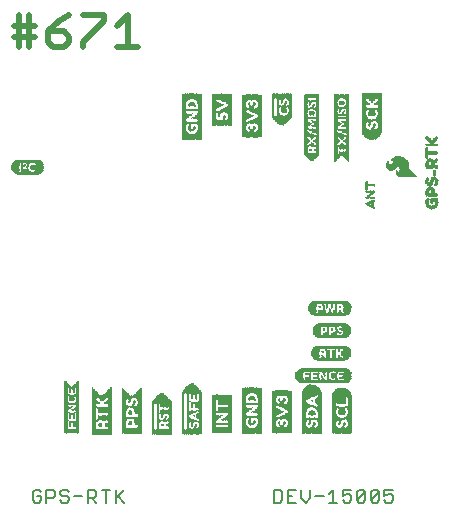
<source format=gto>
G75*
%MOIN*%
%OFA0B0*%
%FSLAX25Y25*%
%IPPOS*%
%LPD*%
%AMOC8*
5,1,8,0,0,1.08239X$1,22.5*
%
%ADD10C,0.01900*%
%ADD11C,0.00800*%
%ADD12R,0.00157X0.13858*%
%ADD13R,0.00157X0.14331*%
%ADD14R,0.00157X0.14646*%
%ADD15R,0.00157X0.14961*%
%ADD16R,0.00157X0.15118*%
%ADD17R,0.00157X0.15276*%
%ADD18R,0.00157X0.15433*%
%ADD19R,0.00157X0.02835*%
%ADD20R,0.00157X0.11969*%
%ADD21R,0.00157X0.02520*%
%ADD22R,0.00157X0.01102*%
%ADD23R,0.00157X0.03150*%
%ADD24R,0.00157X0.04567*%
%ADD25R,0.00157X0.02205*%
%ADD26R,0.00157X0.00787*%
%ADD27R,0.00157X0.02677*%
%ADD28R,0.00157X0.04409*%
%ADD29R,0.00157X0.02047*%
%ADD30R,0.00157X0.00630*%
%ADD31R,0.00157X0.01890*%
%ADD32R,0.00157X0.01732*%
%ADD33R,0.00157X0.01575*%
%ADD34R,0.00157X0.00945*%
%ADD35R,0.00157X0.02362*%
%ADD36R,0.00157X0.01260*%
%ADD37R,0.00157X0.01417*%
%ADD38R,0.00157X0.04252*%
%ADD39R,0.00157X0.00315*%
%ADD40R,0.00157X0.04094*%
%ADD41R,0.00157X0.00472*%
%ADD42R,0.00157X0.03937*%
%ADD43R,0.00157X0.03307*%
%ADD44R,0.00157X0.03780*%
%ADD45R,0.00157X0.03465*%
%ADD46R,0.00157X0.02992*%
%ADD47R,0.00157X0.12913*%
%ADD48R,0.00157X0.13386*%
%ADD49R,0.00157X0.13701*%
%ADD50R,0.00157X0.14016*%
%ADD51R,0.00157X0.14173*%
%ADD52R,0.00157X0.14488*%
%ADD53R,0.00157X0.07087*%
%ADD54R,0.00157X0.04882*%
%ADD55R,0.00157X0.05039*%
%ADD56R,0.00157X0.05197*%
%ADD57R,0.00157X0.03622*%
%ADD58R,0.00157X0.00157*%
%ADD59R,0.00157X0.11024*%
%ADD60R,0.07205X0.00118*%
%ADD61R,0.07913X0.00118*%
%ADD62R,0.08386X0.00079*%
%ADD63R,0.08858X0.00157*%
%ADD64R,0.09094X0.00118*%
%ADD65R,0.09331X0.00118*%
%ADD66R,0.09567X0.00079*%
%ADD67R,0.03661X0.00118*%
%ADD68R,0.02126X0.00118*%
%ADD69R,0.02953X0.00118*%
%ADD70R,0.02244X0.00157*%
%ADD71R,0.00591X0.00157*%
%ADD72R,0.01535X0.00157*%
%ADD73R,0.02598X0.00157*%
%ADD74R,0.02244X0.00118*%
%ADD75R,0.00472X0.00118*%
%ADD76R,0.01181X0.00118*%
%ADD77R,0.02362X0.00118*%
%ADD78R,0.00945X0.00118*%
%ADD79R,0.00354X0.00118*%
%ADD80R,0.00827X0.00118*%
%ADD81R,0.02480X0.00157*%
%ADD82R,0.00354X0.00157*%
%ADD83R,0.00236X0.00157*%
%ADD84R,0.02480X0.00118*%
%ADD85R,0.02598X0.00118*%
%ADD86R,0.01063X0.00118*%
%ADD87R,0.02835X0.00118*%
%ADD88R,0.00472X0.00157*%
%ADD89R,0.04252X0.00157*%
%ADD90R,0.04370X0.00118*%
%ADD91R,0.00591X0.00118*%
%ADD92R,0.04488X0.00118*%
%ADD93R,0.00709X0.00157*%
%ADD94R,0.04488X0.00157*%
%ADD95R,0.00236X0.00118*%
%ADD96R,0.00118X0.00118*%
%ADD97R,0.00118X0.00157*%
%ADD98R,0.04370X0.00157*%
%ADD99R,0.04252X0.00118*%
%ADD100R,0.02717X0.00118*%
%ADD101R,0.03071X0.00157*%
%ADD102R,0.03425X0.00118*%
%ADD103R,0.09567X0.00118*%
%ADD104R,0.08858X0.00118*%
%ADD105R,0.08386X0.00118*%
%ADD106R,0.00157X0.12756*%
%ADD107R,0.00157X0.11181*%
%ADD108R,0.00157X0.11496*%
%ADD109R,0.00157X0.11654*%
%ADD110R,0.00157X0.13071*%
%ADD111R,0.00157X0.13228*%
%ADD112R,0.00157X0.11811*%
%ADD113R,0.00157X0.14803*%
%ADD114R,0.00157X0.15906*%
%ADD115R,0.00157X0.16063*%
%ADD116R,0.00157X0.16220*%
%ADD117R,0.00157X0.16378*%
%ADD118R,0.00157X0.09921*%
%ADD119R,0.09803X0.00118*%
%ADD120R,0.10276X0.00079*%
%ADD121R,0.10748X0.00157*%
%ADD122R,0.10984X0.00118*%
%ADD123R,0.11220X0.00118*%
%ADD124R,0.11457X0.00079*%
%ADD125R,0.08150X0.00118*%
%ADD126R,0.01063X0.00157*%
%ADD127R,0.01417X0.00157*%
%ADD128R,0.00709X0.00118*%
%ADD129R,0.04016X0.00118*%
%ADD130R,0.00945X0.00157*%
%ADD131R,0.03898X0.00157*%
%ADD132R,0.03189X0.00118*%
%ADD133R,0.02717X0.00157*%
%ADD134R,0.01654X0.00118*%
%ADD135R,0.02126X0.00157*%
%ADD136R,0.01299X0.00118*%
%ADD137R,0.02008X0.00118*%
%ADD138R,0.01890X0.00118*%
%ADD139R,0.02008X0.00157*%
%ADD140R,0.01890X0.00157*%
%ADD141R,0.11457X0.00118*%
%ADD142R,0.10748X0.00118*%
%ADD143R,0.10276X0.00118*%
%ADD144R,0.15236X0.00118*%
%ADD145R,0.15945X0.00118*%
%ADD146R,0.16417X0.00079*%
%ADD147R,0.16890X0.00157*%
%ADD148R,0.17126X0.00118*%
%ADD149R,0.17362X0.00118*%
%ADD150R,0.17598X0.00079*%
%ADD151R,0.11929X0.00118*%
%ADD152R,0.05551X0.00118*%
%ADD153R,0.01299X0.00157*%
%ADD154R,0.02362X0.00157*%
%ADD155R,0.04134X0.00118*%
%ADD156R,0.04134X0.00157*%
%ADD157R,0.02953X0.00157*%
%ADD158R,0.03071X0.00118*%
%ADD159R,0.00827X0.00157*%
%ADD160R,0.01181X0.00157*%
%ADD161R,0.01417X0.00118*%
%ADD162R,0.01535X0.00118*%
%ADD163R,0.17598X0.00118*%
%ADD164R,0.16890X0.00118*%
%ADD165R,0.16417X0.00118*%
%ADD166R,0.10748X0.00079*%
%ADD167R,0.11220X0.00157*%
%ADD168R,0.11693X0.00118*%
%ADD169R,0.11929X0.00079*%
%ADD170R,0.03307X0.00118*%
%ADD171R,0.03543X0.00157*%
%ADD172R,0.03543X0.00118*%
%ADD173R,0.03189X0.00157*%
%ADD174R,0.00118X0.17598*%
%ADD175R,0.00118X0.17480*%
%ADD176R,0.00079X0.17362*%
%ADD177R,0.00157X0.17244*%
%ADD178R,0.00118X0.17126*%
%ADD179R,0.00118X0.17008*%
%ADD180R,0.00079X0.16890*%
%ADD181R,0.00118X0.11220*%
%ADD182R,0.00118X0.05197*%
%ADD183R,0.00157X0.00354*%
%ADD184R,0.00157X0.01299*%
%ADD185R,0.00157X0.00709*%
%ADD186R,0.00157X0.01535*%
%ADD187R,0.00118X0.01417*%
%ADD188R,0.00118X0.00236*%
%ADD189R,0.00118X0.01181*%
%ADD190R,0.00118X0.01063*%
%ADD191R,0.00118X0.00591*%
%ADD192R,0.00118X0.00945*%
%ADD193R,0.00118X0.00354*%
%ADD194R,0.00118X0.01299*%
%ADD195R,0.00118X0.00709*%
%ADD196R,0.00157X0.00236*%
%ADD197R,0.00157X0.01063*%
%ADD198R,0.00118X0.00827*%
%ADD199R,0.00118X0.01890*%
%ADD200R,0.00118X0.00472*%
%ADD201R,0.00118X0.02480*%
%ADD202R,0.00118X0.02362*%
%ADD203R,0.00157X0.00591*%
%ADD204R,0.00157X0.02126*%
%ADD205R,0.00157X0.02244*%
%ADD206R,0.00118X0.02126*%
%ADD207R,0.00118X0.02244*%
%ADD208R,0.00157X0.00118*%
%ADD209R,0.00118X0.02008*%
%ADD210R,0.00118X0.02598*%
%ADD211R,0.00157X0.00827*%
%ADD212R,0.00157X0.02008*%
%ADD213R,0.00157X0.01181*%
%ADD214R,0.00118X0.01535*%
%ADD215R,0.00118X0.01772*%
%ADD216R,0.00118X0.16890*%
%ADD217R,0.00118X0.17244*%
%ADD218R,0.00118X0.17362*%
%ADD219R,0.00157X0.15748*%
%ADD220R,0.00157X0.15591*%
%ADD221R,0.00157X0.02953*%
%ADD222R,0.00118X0.03071*%
%ADD223R,0.00118X0.02953*%
%ADD224R,0.00118X0.01654*%
%ADD225R,0.00157X0.02480*%
%ADD226R,0.00118X0.02717*%
%ADD227R,0.00118X0.02835*%
%ADD228R,0.12402X0.00157*%
%ADD229R,0.12638X0.00118*%
%ADD230R,0.12874X0.00118*%
%ADD231R,0.13110X0.00079*%
%ADD232R,0.04961X0.00118*%
%ADD233R,0.05079X0.00118*%
%ADD234R,0.02835X0.00157*%
%ADD235R,0.13110X0.00118*%
%ADD236R,0.12402X0.00118*%
%ADD237R,0.00157X0.10551*%
%ADD238R,0.00157X0.07874*%
%ADD239R,0.00157X0.08031*%
%ADD240R,0.00157X0.08346*%
%ADD241R,0.00157X0.08504*%
%ADD242R,0.00157X0.09606*%
%ADD243R,0.00157X0.09764*%
%ADD244R,0.00157X0.10079*%
%ADD245R,0.00157X0.08661*%
%ADD246C,0.00300*%
%ADD247R,0.00118X0.20079*%
%ADD248R,0.00118X0.20197*%
%ADD249R,0.00079X0.20433*%
%ADD250R,0.00157X0.20551*%
%ADD251R,0.00118X0.20669*%
%ADD252R,0.00118X0.20787*%
%ADD253R,0.00079X0.08504*%
%ADD254R,0.00079X0.11929*%
%ADD255R,0.00118X0.04252*%
%ADD256R,0.00118X0.03189*%
%ADD257R,0.00157X0.01654*%
%ADD258R,0.00157X0.01772*%
%ADD259R,0.00118X0.07087*%
%ADD260R,0.00118X0.13228*%
%ADD261R,0.00118X0.07205*%
%ADD262R,0.00118X0.20551*%
%ADD263R,0.00118X0.20433*%
%ADD264R,0.00118X0.22559*%
%ADD265R,0.00118X0.22441*%
%ADD266R,0.00079X0.22323*%
%ADD267R,0.00157X0.22205*%
%ADD268R,0.00118X0.22087*%
%ADD269R,0.00118X0.21969*%
%ADD270R,0.00079X0.09449*%
%ADD271R,0.00079X0.12047*%
%ADD272R,0.00118X0.04961*%
%ADD273R,0.00118X0.05787*%
%ADD274R,0.00157X0.02598*%
%ADD275R,0.00118X0.08031*%
%ADD276R,0.00118X0.08386*%
%ADD277R,0.00118X0.13346*%
%ADD278R,0.00118X0.22205*%
%ADD279R,0.00118X0.22323*%
D10*
X0059794Y0212200D02*
X0059794Y0222809D01*
X0063330Y0222809D02*
X0063330Y0212200D01*
X0065098Y0215736D02*
X0058025Y0215736D01*
X0058025Y0219273D02*
X0063330Y0219273D01*
X0065098Y0219273D01*
X0069535Y0217505D02*
X0069535Y0213968D01*
X0071303Y0212200D01*
X0074840Y0212200D01*
X0076608Y0213968D01*
X0076608Y0215736D01*
X0074840Y0217505D01*
X0069535Y0217505D01*
X0073072Y0221041D01*
X0076608Y0222809D01*
X0081045Y0222809D02*
X0088118Y0222809D01*
X0088118Y0221041D01*
X0081045Y0213968D01*
X0081045Y0212200D01*
X0092555Y0212200D02*
X0099628Y0212200D01*
X0096091Y0212200D02*
X0096091Y0222809D01*
X0092555Y0219273D01*
D11*
X0064381Y0061101D02*
X0065082Y0060400D01*
X0066483Y0060400D01*
X0067184Y0061101D01*
X0067184Y0062502D01*
X0065783Y0062502D01*
X0067184Y0063903D02*
X0066483Y0064604D01*
X0065082Y0064604D01*
X0064381Y0063903D01*
X0064381Y0061101D01*
X0068985Y0061801D02*
X0071087Y0061801D01*
X0071788Y0062502D01*
X0071788Y0063903D01*
X0071087Y0064604D01*
X0068985Y0064604D01*
X0068985Y0060400D01*
X0073589Y0061101D02*
X0074290Y0060400D01*
X0075691Y0060400D01*
X0076392Y0061101D01*
X0076392Y0061801D01*
X0075691Y0062502D01*
X0074290Y0062502D01*
X0073589Y0063202D01*
X0073589Y0063903D01*
X0074290Y0064604D01*
X0075691Y0064604D01*
X0076392Y0063903D01*
X0078193Y0062502D02*
X0080996Y0062502D01*
X0082797Y0061801D02*
X0084899Y0061801D01*
X0085599Y0062502D01*
X0085599Y0063903D01*
X0084899Y0064604D01*
X0082797Y0064604D01*
X0082797Y0060400D01*
X0084198Y0061801D02*
X0085599Y0060400D01*
X0088802Y0060400D02*
X0088802Y0064604D01*
X0087401Y0064604D02*
X0090203Y0064604D01*
X0092005Y0064604D02*
X0092005Y0060400D01*
X0092005Y0061801D02*
X0094807Y0064604D01*
X0092706Y0062502D02*
X0094807Y0060400D01*
X0144777Y0060400D02*
X0146879Y0060400D01*
X0147580Y0061101D01*
X0147580Y0063903D01*
X0146879Y0064604D01*
X0144777Y0064604D01*
X0144777Y0060400D01*
X0149381Y0060400D02*
X0152184Y0060400D01*
X0153985Y0061801D02*
X0155386Y0060400D01*
X0156788Y0061801D01*
X0156788Y0064604D01*
X0158589Y0062502D02*
X0161392Y0062502D01*
X0163193Y0063202D02*
X0164594Y0064604D01*
X0164594Y0060400D01*
X0163193Y0060400D02*
X0165996Y0060400D01*
X0167797Y0061101D02*
X0168498Y0060400D01*
X0169899Y0060400D01*
X0170599Y0061101D01*
X0170599Y0062502D01*
X0169899Y0063202D01*
X0169198Y0063202D01*
X0167797Y0062502D01*
X0167797Y0064604D01*
X0170599Y0064604D01*
X0172401Y0063903D02*
X0173102Y0064604D01*
X0174503Y0064604D01*
X0175203Y0063903D01*
X0172401Y0061101D01*
X0173102Y0060400D01*
X0174503Y0060400D01*
X0175203Y0061101D01*
X0175203Y0063903D01*
X0177005Y0063903D02*
X0177005Y0061101D01*
X0179807Y0063903D01*
X0179807Y0061101D01*
X0179107Y0060400D01*
X0177705Y0060400D01*
X0177005Y0061101D01*
X0177005Y0063903D02*
X0177705Y0064604D01*
X0179107Y0064604D01*
X0179807Y0063903D01*
X0181609Y0064604D02*
X0181609Y0062502D01*
X0183010Y0063202D01*
X0183711Y0063202D01*
X0184411Y0062502D01*
X0184411Y0061101D01*
X0183711Y0060400D01*
X0182309Y0060400D01*
X0181609Y0061101D01*
X0181609Y0064604D02*
X0184411Y0064604D01*
X0172401Y0063903D02*
X0172401Y0061101D01*
X0153985Y0061801D02*
X0153985Y0064604D01*
X0152184Y0064604D02*
X0149381Y0064604D01*
X0149381Y0060400D01*
X0149381Y0062502D02*
X0150783Y0062502D01*
D12*
X0154446Y0090319D03*
X0160745Y0090319D03*
D13*
X0160587Y0090555D03*
X0165233Y0090555D03*
X0169957Y0090555D03*
X0154603Y0090555D03*
X0150745Y0090713D03*
X0150587Y0090713D03*
X0150430Y0090713D03*
X0150272Y0090713D03*
X0150115Y0090713D03*
X0149957Y0090713D03*
X0149800Y0090713D03*
X0145390Y0090713D03*
X0145233Y0090713D03*
X0145075Y0090713D03*
X0144918Y0090713D03*
X0144760Y0090713D03*
X0144603Y0090713D03*
X0144446Y0090713D03*
X0120587Y0090343D03*
X0114603Y0090343D03*
X0099800Y0090555D03*
X0095390Y0090555D03*
X0134446Y0189213D03*
X0134603Y0189213D03*
X0134760Y0189213D03*
X0134918Y0189213D03*
X0135075Y0189213D03*
X0135233Y0189213D03*
X0135390Y0189213D03*
X0139800Y0189213D03*
X0139957Y0189213D03*
X0140115Y0189213D03*
X0140272Y0189213D03*
X0140430Y0189213D03*
X0140587Y0189213D03*
X0140745Y0189213D03*
X0174918Y0189740D03*
X0180272Y0189740D03*
D14*
X0179957Y0189583D03*
X0175233Y0189583D03*
X0160430Y0090713D03*
X0154760Y0090713D03*
X0120430Y0090500D03*
X0114760Y0090500D03*
X0100115Y0090713D03*
X0095075Y0090713D03*
D15*
X0094760Y0090870D03*
X0089800Y0090370D03*
X0085390Y0090370D03*
X0100430Y0090870D03*
X0120115Y0090657D03*
X0154918Y0090870D03*
X0160272Y0090870D03*
D16*
X0160115Y0090949D03*
X0155075Y0090949D03*
X0100587Y0090949D03*
X0094603Y0090949D03*
X0089957Y0090449D03*
X0085233Y0090449D03*
D17*
X0085075Y0090528D03*
X0090115Y0090528D03*
X0094446Y0091028D03*
X0100745Y0091028D03*
X0134446Y0091028D03*
X0134603Y0091028D03*
X0134760Y0091028D03*
X0134918Y0091028D03*
X0135075Y0091028D03*
X0135233Y0091028D03*
X0135390Y0091028D03*
X0139800Y0091028D03*
X0139957Y0091028D03*
X0140115Y0091028D03*
X0140272Y0091028D03*
X0140430Y0091028D03*
X0140587Y0091028D03*
X0140745Y0091028D03*
X0155233Y0091028D03*
X0159957Y0091028D03*
X0120745Y0189028D03*
X0120587Y0189028D03*
X0120430Y0189028D03*
X0120272Y0189028D03*
X0120115Y0189028D03*
X0119957Y0189028D03*
X0119800Y0189028D03*
X0115390Y0189028D03*
X0115233Y0189028D03*
X0115075Y0189028D03*
X0114918Y0189028D03*
X0114760Y0189028D03*
X0114603Y0189028D03*
X0114446Y0189028D03*
D18*
X0090272Y0090606D03*
X0084918Y0090606D03*
X0155390Y0091106D03*
X0159800Y0091106D03*
D19*
X0167123Y0090949D03*
X0167280Y0090949D03*
X0167438Y0090949D03*
X0167595Y0090949D03*
X0167753Y0090949D03*
X0167910Y0090949D03*
X0168068Y0090949D03*
X0168225Y0090949D03*
X0169642Y0096618D03*
X0169485Y0096776D03*
X0169327Y0096776D03*
X0159485Y0097720D03*
X0159327Y0097720D03*
X0145548Y0096461D03*
X0139485Y0097248D03*
X0136808Y0087799D03*
X0139485Y0084807D03*
X0145548Y0084965D03*
X0147123Y0084965D03*
X0147280Y0084965D03*
X0147438Y0084965D03*
X0147595Y0084965D03*
X0147753Y0084965D03*
X0147910Y0084965D03*
X0155548Y0084807D03*
X0157910Y0084807D03*
X0165548Y0084807D03*
X0109957Y0093571D03*
X0107595Y0089949D03*
X0099327Y0091264D03*
X0098225Y0092839D03*
X0196020Y0160327D03*
X0196020Y0163791D03*
X0198068Y0163791D03*
X0198225Y0173083D03*
X0196020Y0173083D03*
X0176150Y0166012D03*
X0137910Y0183465D03*
X0137753Y0183465D03*
X0137595Y0183465D03*
X0137438Y0183465D03*
X0137280Y0183465D03*
X0137123Y0183465D03*
X0135548Y0183465D03*
X0129642Y0191087D03*
X0125548Y0192819D03*
X0128383Y0195181D03*
X0128540Y0195181D03*
X0135548Y0194961D03*
X0148225Y0191457D03*
X0148698Y0187992D03*
X0148540Y0187835D03*
X0148383Y0187835D03*
X0177123Y0190449D03*
X0177280Y0190449D03*
X0177438Y0190449D03*
X0177595Y0190449D03*
X0177753Y0190449D03*
X0177910Y0190449D03*
X0178068Y0190449D03*
X0178225Y0190449D03*
X0178068Y0195488D03*
X0177280Y0195488D03*
X0119485Y0195248D03*
X0116808Y0185799D03*
X0119485Y0182807D03*
D20*
X0155548Y0092996D03*
D21*
X0149485Y0092366D03*
X0149485Y0089059D03*
X0149642Y0084807D03*
X0155705Y0084650D03*
X0139327Y0084650D03*
X0136020Y0084650D03*
X0118540Y0084437D03*
X0099012Y0091106D03*
X0098855Y0091106D03*
X0098698Y0091106D03*
X0089642Y0096433D03*
X0136020Y0097406D03*
X0139327Y0097406D03*
X0149642Y0096618D03*
X0169642Y0088587D03*
X0169642Y0084650D03*
X0195863Y0160327D03*
X0198383Y0163634D03*
X0196020Y0167413D03*
X0179642Y0188087D03*
X0178383Y0195646D03*
X0176965Y0195646D03*
X0149800Y0188937D03*
X0149170Y0188307D03*
X0149012Y0188150D03*
X0148068Y0191457D03*
X0147910Y0191457D03*
X0139485Y0190866D03*
X0139485Y0187559D03*
X0139642Y0183307D03*
X0125705Y0192819D03*
X0127753Y0195339D03*
X0127910Y0195339D03*
X0119327Y0195406D03*
X0116020Y0195406D03*
X0139642Y0195118D03*
X0119327Y0182650D03*
X0116020Y0182650D03*
D22*
X0117280Y0184618D03*
X0116650Y0185248D03*
X0116493Y0189343D03*
X0118855Y0188870D03*
X0118540Y0192965D03*
X0116808Y0192965D03*
X0128540Y0188961D03*
X0135705Y0186693D03*
X0137280Y0187165D03*
X0136808Y0185276D03*
X0136965Y0185118D03*
X0138383Y0185276D03*
X0138540Y0185276D03*
X0137280Y0189213D03*
X0137123Y0189213D03*
X0135705Y0191732D03*
X0136965Y0192992D03*
X0136808Y0193150D03*
X0138383Y0193150D03*
X0138540Y0193150D03*
X0175705Y0191472D03*
X0176650Y0190055D03*
X0176178Y0188008D03*
X0176335Y0187850D03*
X0176650Y0187693D03*
X0177280Y0187378D03*
X0178540Y0186118D03*
X0179170Y0188008D03*
X0195863Y0181823D03*
X0199327Y0181823D03*
X0199170Y0176941D03*
X0199012Y0176941D03*
X0198855Y0176941D03*
X0198698Y0176941D03*
X0198540Y0176941D03*
X0198383Y0176941D03*
X0198225Y0176941D03*
X0198068Y0176941D03*
X0197910Y0176941D03*
X0197753Y0176941D03*
X0197595Y0176941D03*
X0197438Y0176941D03*
X0197280Y0176941D03*
X0197123Y0176941D03*
X0196965Y0176941D03*
X0196808Y0176941D03*
X0196650Y0176941D03*
X0196493Y0176941D03*
X0196808Y0174421D03*
X0196965Y0174421D03*
X0197123Y0174421D03*
X0197280Y0174421D03*
X0198855Y0174264D03*
X0199170Y0174421D03*
X0199327Y0174421D03*
X0199327Y0172217D03*
X0199170Y0172217D03*
X0199012Y0172217D03*
X0198855Y0172217D03*
X0198698Y0172217D03*
X0199485Y0172217D03*
X0197438Y0172217D03*
X0197280Y0172217D03*
X0197123Y0172217D03*
X0196965Y0172217D03*
X0196808Y0172217D03*
X0196650Y0172217D03*
X0198383Y0168437D03*
X0198540Y0168437D03*
X0198698Y0168280D03*
X0196965Y0166547D03*
X0196808Y0166390D03*
X0196493Y0166547D03*
X0195548Y0167335D03*
X0196965Y0165130D03*
X0197123Y0165130D03*
X0197438Y0164972D03*
X0196808Y0164972D03*
X0196808Y0162925D03*
X0196965Y0162925D03*
X0197123Y0162925D03*
X0197280Y0162925D03*
X0197438Y0162925D03*
X0196650Y0162925D03*
X0198698Y0162925D03*
X0198855Y0162925D03*
X0199012Y0162925D03*
X0199170Y0162925D03*
X0199327Y0162925D03*
X0198698Y0161350D03*
X0198540Y0161350D03*
X0198383Y0161350D03*
X0198225Y0161350D03*
X0198225Y0158831D03*
X0198068Y0158831D03*
X0197910Y0158831D03*
X0197595Y0158673D03*
X0197280Y0158831D03*
X0197123Y0158831D03*
X0195548Y0160406D03*
X0148540Y0094650D03*
X0148383Y0094650D03*
X0146965Y0094492D03*
X0146808Y0094650D03*
X0145705Y0093232D03*
X0147123Y0090713D03*
X0147280Y0090713D03*
X0147280Y0088665D03*
X0145705Y0088193D03*
X0146808Y0086776D03*
X0146965Y0086618D03*
X0148383Y0086776D03*
X0148540Y0086776D03*
X0155705Y0088035D03*
X0158540Y0086618D03*
X0166178Y0088508D03*
X0166335Y0088350D03*
X0166650Y0088193D03*
X0167280Y0087878D03*
X0168540Y0086618D03*
X0169170Y0088508D03*
X0166650Y0090555D03*
X0165705Y0091972D03*
X0159485Y0091657D03*
X0138855Y0090870D03*
X0136493Y0091343D03*
X0136650Y0087248D03*
X0137280Y0086618D03*
X0128855Y0088350D03*
X0126493Y0088823D03*
X0117910Y0090500D03*
X0117753Y0090500D03*
X0109957Y0087823D03*
X0109800Y0086248D03*
X0106808Y0087508D03*
X0097438Y0086776D03*
X0095863Y0088350D03*
X0096808Y0090398D03*
X0097280Y0090398D03*
X0097438Y0090398D03*
X0097753Y0092445D03*
X0098540Y0093862D03*
X0097438Y0095437D03*
X0098540Y0095909D03*
X0096020Y0092130D03*
X0089012Y0086276D03*
X0088855Y0086276D03*
X0087438Y0086276D03*
X0136808Y0094965D03*
X0138540Y0094965D03*
D23*
X0129485Y0094728D03*
X0129327Y0094728D03*
X0129170Y0094728D03*
X0129012Y0094728D03*
X0128855Y0094728D03*
X0128698Y0094728D03*
X0128540Y0094728D03*
X0128383Y0094728D03*
X0128225Y0094728D03*
X0128068Y0094728D03*
X0127910Y0094728D03*
X0127753Y0094728D03*
X0127595Y0094728D03*
X0127438Y0094728D03*
X0127280Y0094728D03*
X0127123Y0094728D03*
X0126965Y0094728D03*
X0126808Y0094728D03*
X0126650Y0094728D03*
X0126493Y0094728D03*
X0116965Y0098295D03*
X0109642Y0093728D03*
X0106965Y0094988D03*
X0099642Y0095988D03*
X0118698Y0084752D03*
X0139642Y0084965D03*
X0155705Y0092366D03*
X0159012Y0097720D03*
X0196335Y0160169D03*
X0199012Y0160327D03*
X0197753Y0163949D03*
X0197595Y0163949D03*
X0196493Y0163949D03*
X0196493Y0173240D03*
X0196335Y0173240D03*
X0197595Y0173240D03*
X0197753Y0173240D03*
X0179170Y0183205D03*
X0179012Y0183205D03*
X0178855Y0183047D03*
X0179327Y0183362D03*
X0177753Y0195331D03*
X0177595Y0195331D03*
X0148540Y0191772D03*
X0147753Y0195079D03*
X0148068Y0187677D03*
X0129170Y0195024D03*
X0129012Y0195024D03*
X0119642Y0182965D03*
D24*
X0156335Y0097169D03*
X0156020Y0097012D03*
X0155705Y0096854D03*
X0156808Y0097327D03*
X0118855Y0097114D03*
X0108068Y0094437D03*
X0107910Y0094437D03*
X0107753Y0094437D03*
X0107595Y0094437D03*
X0107438Y0094437D03*
D25*
X0099327Y0096146D03*
X0097123Y0094886D03*
X0098068Y0092681D03*
X0089485Y0096433D03*
X0117595Y0092941D03*
X0117753Y0092941D03*
X0118855Y0092941D03*
X0119012Y0092941D03*
X0119170Y0092941D03*
X0119327Y0092941D03*
X0119485Y0092941D03*
X0119642Y0092941D03*
X0119800Y0092941D03*
X0119327Y0097823D03*
X0129642Y0091264D03*
X0136178Y0084492D03*
X0136335Y0084492D03*
X0139012Y0084492D03*
X0145863Y0084650D03*
X0146965Y0084650D03*
X0149485Y0084650D03*
X0155863Y0084492D03*
X0157595Y0084492D03*
X0156965Y0087484D03*
X0149327Y0089059D03*
X0149327Y0092366D03*
X0147753Y0093154D03*
X0147595Y0093154D03*
X0147595Y0096776D03*
X0145863Y0096776D03*
X0149485Y0096776D03*
X0156020Y0092524D03*
X0159485Y0094256D03*
X0166965Y0087484D03*
X0167595Y0084492D03*
X0165863Y0084492D03*
X0139012Y0097563D03*
X0136335Y0097563D03*
X0118383Y0084280D03*
X0195863Y0167413D03*
X0198225Y0170248D03*
X0198383Y0170248D03*
X0198540Y0170248D03*
X0198698Y0170248D03*
X0195705Y0172925D03*
X0197280Y0180327D03*
X0198068Y0180327D03*
X0176965Y0186984D03*
X0176650Y0195803D03*
X0175548Y0195803D03*
X0178698Y0195803D03*
X0148068Y0195551D03*
X0146650Y0195551D03*
X0139485Y0195276D03*
X0137595Y0195276D03*
X0135863Y0195276D03*
X0137595Y0191654D03*
X0137753Y0191654D03*
X0139327Y0190866D03*
X0139327Y0187559D03*
X0147753Y0191457D03*
X0139485Y0183150D03*
X0136965Y0183150D03*
X0135863Y0183150D03*
X0129642Y0187150D03*
X0126965Y0189984D03*
X0126808Y0189984D03*
X0129327Y0191244D03*
X0126020Y0192819D03*
X0125863Y0192819D03*
X0125548Y0195496D03*
X0127123Y0195496D03*
X0127280Y0195496D03*
X0119012Y0195563D03*
X0116335Y0195563D03*
X0116335Y0182492D03*
X0116178Y0182492D03*
X0119012Y0182492D03*
D26*
X0118698Y0185248D03*
X0116650Y0186823D03*
X0115863Y0186823D03*
X0116965Y0189500D03*
X0118383Y0188713D03*
X0118540Y0188713D03*
X0119642Y0191075D03*
X0126493Y0190535D03*
X0128698Y0188961D03*
X0135863Y0186693D03*
X0136965Y0187165D03*
X0136650Y0185276D03*
X0138698Y0185276D03*
X0137595Y0189213D03*
X0137438Y0189213D03*
X0136808Y0191417D03*
X0136650Y0191417D03*
X0135863Y0191732D03*
X0136650Y0193150D03*
X0138698Y0193150D03*
X0147438Y0191063D03*
X0149170Y0191063D03*
X0149012Y0192323D03*
X0149800Y0192480D03*
X0149170Y0193740D03*
X0176178Y0193362D03*
X0176808Y0191472D03*
X0178698Y0190055D03*
X0178855Y0188008D03*
X0179012Y0188008D03*
X0177438Y0187535D03*
X0179012Y0193362D03*
X0195705Y0181823D03*
X0199642Y0179618D03*
X0199642Y0176941D03*
X0199642Y0174421D03*
X0199642Y0172217D03*
X0198540Y0166390D03*
X0199642Y0162925D03*
X0196650Y0161193D03*
X0148698Y0094650D03*
X0146650Y0094650D03*
X0145863Y0093232D03*
X0146650Y0092917D03*
X0146808Y0092917D03*
X0147438Y0090713D03*
X0147595Y0090713D03*
X0146965Y0088665D03*
X0145863Y0088193D03*
X0146650Y0086776D03*
X0148698Y0086776D03*
X0155863Y0088193D03*
X0156493Y0088193D03*
X0157438Y0088193D03*
X0159327Y0088193D03*
X0167438Y0088035D03*
X0168855Y0088508D03*
X0169012Y0088508D03*
X0168698Y0090555D03*
X0166808Y0091972D03*
X0157595Y0092602D03*
X0157438Y0092602D03*
X0139642Y0093075D03*
X0138540Y0090713D03*
X0138383Y0090713D03*
X0136965Y0091500D03*
X0136650Y0088823D03*
X0135863Y0088823D03*
X0138698Y0087248D03*
X0128383Y0088193D03*
X0126965Y0088980D03*
X0126808Y0088980D03*
X0119170Y0086091D03*
X0117438Y0086091D03*
X0118383Y0090657D03*
X0118540Y0090657D03*
X0118540Y0093650D03*
X0118383Y0093650D03*
X0118225Y0093650D03*
X0118068Y0093650D03*
X0109170Y0088925D03*
X0108383Y0087823D03*
X0107438Y0088925D03*
X0106965Y0087508D03*
X0107438Y0086091D03*
X0108225Y0086091D03*
X0109170Y0086091D03*
X0109327Y0086091D03*
X0098068Y0088508D03*
X0096178Y0088508D03*
X0085705Y0087535D03*
X0086178Y0093677D03*
X0089012Y0093677D03*
X0096178Y0092130D03*
X0097595Y0092287D03*
X0096650Y0093862D03*
X0098698Y0093862D03*
X0097910Y0095594D03*
X0097753Y0095594D03*
X0098225Y0095752D03*
D27*
X0099485Y0096067D03*
X0096965Y0094807D03*
X0095705Y0096067D03*
X0085548Y0096354D03*
X0099170Y0091185D03*
X0099170Y0087563D03*
X0099327Y0087563D03*
X0099485Y0087563D03*
X0099012Y0087563D03*
X0098855Y0087563D03*
X0098698Y0087563D03*
X0107753Y0090028D03*
X0117595Y0087035D03*
X0135863Y0084728D03*
X0155863Y0092445D03*
X0166965Y0091028D03*
X0168383Y0091028D03*
X0167910Y0084728D03*
X0159642Y0084728D03*
X0135863Y0097327D03*
X0199327Y0160406D03*
X0198225Y0163713D03*
X0195863Y0163713D03*
X0196178Y0167335D03*
X0196335Y0167335D03*
X0199170Y0167335D03*
X0195863Y0173004D03*
X0178383Y0190528D03*
X0176965Y0190528D03*
X0177123Y0195567D03*
X0178225Y0195567D03*
X0149957Y0189173D03*
X0148855Y0188071D03*
X0147910Y0195315D03*
X0128225Y0195260D03*
X0128068Y0195260D03*
X0115863Y0195327D03*
X0115863Y0182728D03*
D28*
X0156493Y0097248D03*
X0156650Y0097248D03*
X0156965Y0097406D03*
X0157123Y0097406D03*
X0156178Y0097091D03*
X0155863Y0096933D03*
X0119012Y0097035D03*
X0108225Y0094358D03*
X0107280Y0094516D03*
D29*
X0105705Y0094437D03*
X0099170Y0096067D03*
X0096020Y0096067D03*
X0089327Y0096354D03*
X0087753Y0095094D03*
X0087595Y0095094D03*
X0085863Y0096354D03*
X0089642Y0091315D03*
X0089642Y0083913D03*
X0099642Y0084413D03*
X0108698Y0088138D03*
X0108855Y0088295D03*
X0109957Y0090500D03*
X0116650Y0087823D03*
X0117910Y0087193D03*
X0119957Y0089083D03*
X0117438Y0093020D03*
X0119485Y0097744D03*
X0136493Y0097642D03*
X0138698Y0097642D03*
X0138855Y0097642D03*
X0146020Y0096854D03*
X0147438Y0096854D03*
X0149327Y0096854D03*
X0147438Y0093232D03*
X0147280Y0093232D03*
X0149170Y0092287D03*
X0149170Y0089138D03*
X0146178Y0090713D03*
X0146020Y0090713D03*
X0156178Y0092602D03*
X0159327Y0094177D03*
X0159327Y0084413D03*
X0159170Y0084413D03*
X0158383Y0084413D03*
X0157438Y0084413D03*
X0157280Y0084413D03*
X0156178Y0084413D03*
X0156020Y0084413D03*
X0149327Y0084571D03*
X0146020Y0084571D03*
X0138855Y0084413D03*
X0138698Y0084413D03*
X0136493Y0084413D03*
X0119800Y0084201D03*
X0118225Y0084201D03*
X0116808Y0084201D03*
X0166020Y0084413D03*
X0166178Y0084413D03*
X0167438Y0084413D03*
X0168383Y0084413D03*
X0169327Y0084413D03*
X0198540Y0163398D03*
X0197280Y0167020D03*
X0197910Y0167807D03*
X0199485Y0167335D03*
X0198855Y0170327D03*
X0197910Y0180248D03*
X0197438Y0180248D03*
X0179642Y0195882D03*
X0178855Y0195882D03*
X0176493Y0195882D03*
X0175705Y0195882D03*
X0149800Y0195630D03*
X0147438Y0195630D03*
X0146808Y0195630D03*
X0139327Y0195354D03*
X0137438Y0195354D03*
X0136020Y0195354D03*
X0137280Y0191732D03*
X0137438Y0191732D03*
X0139170Y0190787D03*
X0139170Y0187638D03*
X0136178Y0189213D03*
X0136020Y0189213D03*
X0129485Y0187071D03*
X0128540Y0187071D03*
X0128068Y0187071D03*
X0125863Y0187071D03*
X0125705Y0187071D03*
X0126650Y0189906D03*
X0129170Y0191165D03*
X0126965Y0195575D03*
X0126808Y0195575D03*
X0118855Y0195642D03*
X0118698Y0195642D03*
X0116493Y0195642D03*
X0116493Y0182413D03*
X0118698Y0182413D03*
X0118855Y0182413D03*
X0136020Y0183071D03*
X0139327Y0183071D03*
X0145863Y0188228D03*
D30*
X0147595Y0192244D03*
X0147438Y0193819D03*
X0136493Y0191496D03*
X0136335Y0191496D03*
X0136020Y0191654D03*
X0127753Y0192819D03*
X0127595Y0192819D03*
X0125705Y0190614D03*
X0128068Y0189039D03*
X0136020Y0186772D03*
X0136335Y0186929D03*
X0136650Y0187087D03*
X0136808Y0187087D03*
X0119327Y0186902D03*
X0117280Y0186902D03*
X0116493Y0186902D03*
X0116335Y0186902D03*
X0116178Y0186902D03*
X0116020Y0186902D03*
X0118225Y0188634D03*
X0117123Y0189579D03*
X0115705Y0191154D03*
X0118698Y0192728D03*
X0119485Y0191154D03*
X0175863Y0191551D03*
X0176650Y0191551D03*
X0176335Y0193283D03*
X0178855Y0193283D03*
X0178540Y0191551D03*
X0178540Y0187929D03*
X0178698Y0187929D03*
X0176493Y0186197D03*
X0199642Y0181744D03*
X0138698Y0094728D03*
X0139485Y0093154D03*
X0138225Y0090634D03*
X0137123Y0091579D03*
X0135705Y0093154D03*
X0136020Y0088902D03*
X0136178Y0088902D03*
X0136335Y0088902D03*
X0136493Y0088902D03*
X0137280Y0088902D03*
X0139327Y0088902D03*
X0146020Y0088272D03*
X0146335Y0088429D03*
X0146650Y0088587D03*
X0146808Y0088587D03*
X0156020Y0088272D03*
X0156178Y0088272D03*
X0156335Y0088272D03*
X0157595Y0088272D03*
X0159170Y0088272D03*
X0158698Y0090004D03*
X0159012Y0091894D03*
X0159170Y0091894D03*
X0158855Y0092051D03*
X0158225Y0092366D03*
X0157910Y0092524D03*
X0157753Y0092524D03*
X0157910Y0094256D03*
X0165863Y0092051D03*
X0166650Y0092051D03*
X0168540Y0092051D03*
X0168540Y0088429D03*
X0168698Y0088429D03*
X0166493Y0086697D03*
X0156493Y0086697D03*
X0146493Y0092996D03*
X0146335Y0092996D03*
X0146020Y0093154D03*
X0129642Y0086539D03*
X0129485Y0086539D03*
X0128225Y0088114D03*
X0127123Y0089059D03*
X0126335Y0090634D03*
X0125863Y0086539D03*
X0125705Y0086539D03*
X0119957Y0090894D03*
X0118855Y0090736D03*
X0118698Y0090736D03*
X0118540Y0087587D03*
X0118383Y0087587D03*
X0109012Y0087587D03*
X0108225Y0087744D03*
X0107123Y0087587D03*
X0106650Y0089949D03*
X0097910Y0088587D03*
X0097753Y0088587D03*
X0096493Y0088587D03*
X0096335Y0088587D03*
X0085863Y0087614D03*
X0086335Y0093598D03*
X0088855Y0093598D03*
X0096335Y0092209D03*
X0097438Y0092366D03*
X0096493Y0093783D03*
X0098068Y0095673D03*
D31*
X0096178Y0095988D03*
X0095705Y0092051D03*
X0089485Y0091394D03*
X0089642Y0088717D03*
X0088383Y0088559D03*
X0088225Y0088559D03*
X0088068Y0088559D03*
X0088068Y0083835D03*
X0088225Y0083835D03*
X0088383Y0083835D03*
X0088540Y0083835D03*
X0088698Y0083835D03*
X0088855Y0083835D03*
X0089012Y0083835D03*
X0089170Y0083835D03*
X0089327Y0083835D03*
X0089485Y0083835D03*
X0087910Y0083835D03*
X0087753Y0083835D03*
X0087595Y0083835D03*
X0087438Y0083835D03*
X0087280Y0083835D03*
X0087123Y0083835D03*
X0086965Y0083835D03*
X0086808Y0083835D03*
X0086650Y0083835D03*
X0086493Y0083835D03*
X0086335Y0083835D03*
X0086178Y0083835D03*
X0086020Y0083835D03*
X0085863Y0083835D03*
X0085705Y0083835D03*
X0095705Y0084335D03*
X0095863Y0084335D03*
X0096020Y0084335D03*
X0096178Y0084335D03*
X0096335Y0084335D03*
X0096493Y0084335D03*
X0096650Y0084335D03*
X0096808Y0084335D03*
X0096965Y0084335D03*
X0097123Y0084335D03*
X0097280Y0084335D03*
X0097438Y0084335D03*
X0097595Y0084335D03*
X0097753Y0084335D03*
X0097910Y0084335D03*
X0098068Y0084335D03*
X0098225Y0084335D03*
X0098383Y0084335D03*
X0098540Y0084335D03*
X0098698Y0084335D03*
X0098855Y0084335D03*
X0099012Y0084335D03*
X0099170Y0084335D03*
X0099327Y0084335D03*
X0099485Y0084335D03*
X0106650Y0083965D03*
X0106808Y0083965D03*
X0106965Y0083965D03*
X0107123Y0083965D03*
X0107280Y0083965D03*
X0107438Y0083965D03*
X0107595Y0083965D03*
X0107753Y0083965D03*
X0107910Y0083965D03*
X0108068Y0083965D03*
X0108225Y0083965D03*
X0108383Y0083965D03*
X0108540Y0083965D03*
X0108698Y0083965D03*
X0108855Y0083965D03*
X0109012Y0083965D03*
X0109170Y0083965D03*
X0109327Y0083965D03*
X0109485Y0083965D03*
X0109642Y0083965D03*
X0109800Y0083965D03*
X0109957Y0083965D03*
X0116965Y0084122D03*
X0117123Y0084122D03*
X0118068Y0084122D03*
X0119012Y0084122D03*
X0119642Y0084122D03*
X0125705Y0084492D03*
X0129485Y0084492D03*
X0129642Y0084492D03*
X0129642Y0088587D03*
X0129485Y0091264D03*
X0129327Y0091264D03*
X0129170Y0091264D03*
X0129012Y0091264D03*
X0128855Y0091264D03*
X0128698Y0091264D03*
X0128540Y0091264D03*
X0128383Y0091264D03*
X0128225Y0091264D03*
X0128068Y0091264D03*
X0127910Y0091264D03*
X0127753Y0091264D03*
X0127595Y0091264D03*
X0127438Y0091264D03*
X0127280Y0091264D03*
X0127123Y0091264D03*
X0126965Y0091264D03*
X0126808Y0091264D03*
X0126650Y0091264D03*
X0126493Y0091264D03*
X0125705Y0088587D03*
X0116650Y0090264D03*
X0105548Y0094358D03*
X0115705Y0097823D03*
X0119642Y0097665D03*
X0136650Y0097720D03*
X0136808Y0097720D03*
X0138383Y0097720D03*
X0138540Y0097720D03*
X0146178Y0096933D03*
X0146335Y0096933D03*
X0147123Y0096933D03*
X0147280Y0096933D03*
X0147753Y0096933D03*
X0147910Y0096933D03*
X0149170Y0096933D03*
X0147123Y0093311D03*
X0146335Y0090791D03*
X0139642Y0091106D03*
X0135705Y0091106D03*
X0136650Y0084335D03*
X0136808Y0084335D03*
X0136965Y0084335D03*
X0138225Y0084335D03*
X0138383Y0084335D03*
X0138540Y0084335D03*
X0146178Y0084492D03*
X0146335Y0084492D03*
X0146493Y0084492D03*
X0146650Y0084492D03*
X0146808Y0084492D03*
X0148225Y0084492D03*
X0149170Y0084492D03*
X0156335Y0084335D03*
X0156493Y0084335D03*
X0156650Y0084335D03*
X0156808Y0084335D03*
X0156965Y0084335D03*
X0157123Y0084335D03*
X0158540Y0084335D03*
X0158698Y0084335D03*
X0158855Y0084335D03*
X0159012Y0084335D03*
X0157123Y0087642D03*
X0166335Y0084335D03*
X0166493Y0084335D03*
X0166650Y0084335D03*
X0166808Y0084335D03*
X0166965Y0084335D03*
X0167123Y0084335D03*
X0167280Y0084335D03*
X0168540Y0084335D03*
X0168698Y0084335D03*
X0169012Y0084335D03*
X0169170Y0084335D03*
X0167123Y0087642D03*
X0169485Y0088587D03*
X0159170Y0094256D03*
X0089170Y0096276D03*
X0087910Y0095173D03*
X0087438Y0095173D03*
X0086020Y0096276D03*
X0078068Y0089323D03*
X0077123Y0089323D03*
X0077123Y0086606D03*
X0078068Y0086606D03*
X0078540Y0086606D03*
X0195705Y0160327D03*
X0197438Y0160957D03*
X0197595Y0160957D03*
X0197753Y0160957D03*
X0195705Y0167413D03*
X0198068Y0170248D03*
X0197753Y0180169D03*
X0197595Y0180169D03*
X0179485Y0188087D03*
X0177123Y0187142D03*
X0176335Y0195961D03*
X0176178Y0195961D03*
X0176020Y0195961D03*
X0175863Y0195961D03*
X0179012Y0195961D03*
X0179170Y0195961D03*
X0179327Y0195961D03*
X0179485Y0195961D03*
X0159012Y0186638D03*
X0158540Y0186638D03*
X0145705Y0188307D03*
X0139170Y0182992D03*
X0138225Y0182992D03*
X0136808Y0182992D03*
X0136650Y0182992D03*
X0136493Y0182992D03*
X0136335Y0182992D03*
X0136178Y0182992D03*
X0128698Y0186992D03*
X0126965Y0186992D03*
X0126808Y0186992D03*
X0126650Y0186992D03*
X0126493Y0186992D03*
X0126335Y0186992D03*
X0126178Y0186992D03*
X0126020Y0186992D03*
X0129012Y0191244D03*
X0126335Y0192819D03*
X0126178Y0192819D03*
X0126493Y0195654D03*
X0126650Y0195654D03*
X0125705Y0195654D03*
X0118540Y0195720D03*
X0118383Y0195720D03*
X0116808Y0195720D03*
X0116650Y0195720D03*
X0115705Y0189106D03*
X0119642Y0189106D03*
X0118540Y0182335D03*
X0118383Y0182335D03*
X0118225Y0182335D03*
X0116965Y0182335D03*
X0116808Y0182335D03*
X0116650Y0182335D03*
X0136335Y0189291D03*
X0137123Y0191811D03*
X0137123Y0195433D03*
X0137280Y0195433D03*
X0137753Y0195433D03*
X0137910Y0195433D03*
X0139170Y0195433D03*
X0136335Y0195433D03*
X0136178Y0195433D03*
X0146965Y0195709D03*
X0147123Y0195709D03*
X0147280Y0195709D03*
X0148225Y0195709D03*
X0149642Y0195709D03*
X0168068Y0179051D03*
D32*
X0175863Y0188165D03*
X0149485Y0195787D03*
X0149327Y0195787D03*
X0148540Y0195787D03*
X0148383Y0195787D03*
X0145863Y0195787D03*
X0145075Y0195787D03*
X0139012Y0195512D03*
X0138855Y0195512D03*
X0138698Y0195512D03*
X0138540Y0195512D03*
X0138383Y0195512D03*
X0138225Y0195512D03*
X0138068Y0195512D03*
X0136965Y0195512D03*
X0136808Y0195512D03*
X0136650Y0195512D03*
X0136493Y0195512D03*
X0138855Y0190787D03*
X0139012Y0190787D03*
X0136493Y0189213D03*
X0138855Y0187638D03*
X0139012Y0187638D03*
X0145548Y0188386D03*
X0139012Y0182913D03*
X0138855Y0182913D03*
X0138698Y0182913D03*
X0138540Y0182913D03*
X0138383Y0182913D03*
X0129327Y0186913D03*
X0129170Y0186913D03*
X0128855Y0186913D03*
X0127910Y0186913D03*
X0127753Y0186913D03*
X0127595Y0186913D03*
X0127438Y0186913D03*
X0127280Y0186913D03*
X0127123Y0186913D03*
X0128855Y0191165D03*
X0126493Y0192898D03*
X0126335Y0195732D03*
X0126178Y0195732D03*
X0125863Y0195732D03*
X0118225Y0195799D03*
X0118068Y0195799D03*
X0117910Y0195799D03*
X0117753Y0195799D03*
X0117595Y0195799D03*
X0117438Y0195799D03*
X0117280Y0195799D03*
X0117123Y0195799D03*
X0116965Y0195799D03*
X0119485Y0189028D03*
X0118068Y0182256D03*
X0117910Y0182256D03*
X0117753Y0182256D03*
X0117595Y0182256D03*
X0117438Y0182256D03*
X0117280Y0182256D03*
X0117123Y0182256D03*
X0197910Y0161035D03*
X0199642Y0160406D03*
X0138225Y0097799D03*
X0138068Y0097799D03*
X0137910Y0097799D03*
X0137753Y0097799D03*
X0137595Y0097799D03*
X0137438Y0097799D03*
X0137280Y0097799D03*
X0137123Y0097799D03*
X0136965Y0097799D03*
X0146493Y0097012D03*
X0146650Y0097012D03*
X0146808Y0097012D03*
X0146965Y0097012D03*
X0148068Y0097012D03*
X0148225Y0097012D03*
X0148383Y0097012D03*
X0148540Y0097012D03*
X0148698Y0097012D03*
X0148855Y0097012D03*
X0149012Y0097012D03*
X0149012Y0092287D03*
X0148855Y0092287D03*
X0146493Y0090713D03*
X0148855Y0089138D03*
X0149012Y0089138D03*
X0156335Y0092602D03*
X0157438Y0090398D03*
X0157595Y0090398D03*
X0157753Y0090398D03*
X0159642Y0091500D03*
X0159012Y0094177D03*
X0165863Y0088665D03*
X0168855Y0084256D03*
X0149012Y0084413D03*
X0148855Y0084413D03*
X0148698Y0084413D03*
X0148540Y0084413D03*
X0148383Y0084413D03*
X0138068Y0084256D03*
X0137910Y0084256D03*
X0137753Y0084256D03*
X0137595Y0084256D03*
X0137438Y0084256D03*
X0137280Y0084256D03*
X0137123Y0084256D03*
X0129327Y0084413D03*
X0129170Y0084413D03*
X0129012Y0084413D03*
X0128855Y0084413D03*
X0128698Y0084413D03*
X0128540Y0084413D03*
X0128383Y0084413D03*
X0128225Y0084413D03*
X0128068Y0084413D03*
X0127910Y0084413D03*
X0127753Y0084413D03*
X0127595Y0084413D03*
X0127438Y0084413D03*
X0127280Y0084413D03*
X0127123Y0084413D03*
X0126965Y0084413D03*
X0126808Y0084413D03*
X0126650Y0084413D03*
X0126493Y0084413D03*
X0126335Y0084413D03*
X0126178Y0084413D03*
X0126020Y0084413D03*
X0125863Y0084413D03*
X0119485Y0084043D03*
X0119327Y0084043D03*
X0119170Y0084043D03*
X0117910Y0084043D03*
X0117753Y0084043D03*
X0117595Y0084043D03*
X0117438Y0084043D03*
X0117280Y0084043D03*
X0115863Y0084043D03*
X0115075Y0084043D03*
X0116808Y0087823D03*
X0119642Y0089083D03*
X0119800Y0089083D03*
X0125705Y0095437D03*
X0126335Y0095437D03*
X0119800Y0097587D03*
X0115548Y0097744D03*
X0105390Y0094280D03*
X0108068Y0090500D03*
X0106650Y0087508D03*
X0105863Y0083886D03*
X0105075Y0083886D03*
X0098540Y0088035D03*
X0098540Y0091657D03*
X0096650Y0095594D03*
X0096493Y0095752D03*
X0096335Y0095909D03*
X0099012Y0096067D03*
X0089012Y0096197D03*
X0088855Y0096039D03*
X0088698Y0095882D03*
X0088540Y0095724D03*
X0088383Y0095567D03*
X0088225Y0095409D03*
X0088068Y0095252D03*
X0087280Y0095252D03*
X0086178Y0096197D03*
X0086493Y0091315D03*
X0086650Y0091315D03*
X0086808Y0091315D03*
X0086965Y0091315D03*
X0087123Y0091315D03*
X0087280Y0091315D03*
X0087438Y0091315D03*
X0087595Y0091315D03*
X0087753Y0091315D03*
X0087910Y0091315D03*
X0088068Y0091315D03*
X0088225Y0091315D03*
X0088383Y0091315D03*
X0088540Y0091315D03*
X0088698Y0091315D03*
X0088855Y0091315D03*
X0089012Y0091315D03*
X0089170Y0091315D03*
X0089327Y0091315D03*
X0088855Y0088638D03*
X0088698Y0088638D03*
X0088540Y0088638D03*
X0087910Y0088638D03*
X0087753Y0088638D03*
X0086493Y0088638D03*
X0139485Y0091028D03*
D33*
X0135863Y0091106D03*
X0138068Y0087012D03*
X0138225Y0087012D03*
X0129485Y0088587D03*
X0125863Y0088587D03*
X0116965Y0087902D03*
X0116965Y0090264D03*
X0116808Y0090264D03*
X0109800Y0090579D03*
X0107438Y0090579D03*
X0105075Y0094043D03*
X0105233Y0094201D03*
X0098855Y0095988D03*
X0097280Y0095201D03*
X0097910Y0092524D03*
X0089485Y0088717D03*
X0089327Y0088717D03*
X0089170Y0088717D03*
X0089012Y0088717D03*
X0087595Y0088717D03*
X0087438Y0088717D03*
X0087280Y0088717D03*
X0087123Y0088717D03*
X0086965Y0088717D03*
X0086808Y0088717D03*
X0086650Y0088717D03*
X0089642Y0086354D03*
X0087123Y0095331D03*
X0086965Y0095488D03*
X0086808Y0095646D03*
X0086650Y0095803D03*
X0086493Y0095961D03*
X0086335Y0096118D03*
X0105233Y0083807D03*
X0105390Y0083807D03*
X0105548Y0083807D03*
X0105705Y0083807D03*
X0115233Y0083965D03*
X0115390Y0083965D03*
X0115548Y0083965D03*
X0115705Y0083965D03*
X0125863Y0095516D03*
X0126020Y0095516D03*
X0126178Y0095516D03*
X0119957Y0097508D03*
X0115390Y0097665D03*
X0115075Y0097350D03*
X0137280Y0095201D03*
X0137438Y0095201D03*
X0137595Y0095201D03*
X0137753Y0095201D03*
X0137910Y0095201D03*
X0146650Y0090791D03*
X0148225Y0092524D03*
X0148540Y0092366D03*
X0148698Y0092366D03*
X0148698Y0089059D03*
X0148540Y0089059D03*
X0147595Y0088587D03*
X0157123Y0090319D03*
X0157280Y0090319D03*
X0157910Y0090319D03*
X0158068Y0090319D03*
X0158225Y0090319D03*
X0156650Y0092681D03*
X0156493Y0092681D03*
X0158855Y0094256D03*
X0166808Y0090634D03*
X0169327Y0088587D03*
X0198698Y0159224D03*
X0198068Y0161114D03*
X0197280Y0160957D03*
X0195548Y0163476D03*
X0198068Y0168043D03*
X0179327Y0188087D03*
X0176808Y0190134D03*
X0149957Y0192402D03*
X0146650Y0192402D03*
X0145705Y0195866D03*
X0145548Y0195866D03*
X0145390Y0195866D03*
X0145233Y0195866D03*
X0148698Y0195866D03*
X0148855Y0195866D03*
X0149012Y0195866D03*
X0149170Y0195866D03*
X0138698Y0190866D03*
X0138540Y0190866D03*
X0138225Y0191024D03*
X0136650Y0189291D03*
X0137595Y0187087D03*
X0138540Y0187559D03*
X0138698Y0187559D03*
X0129012Y0186835D03*
X0127123Y0190457D03*
X0128698Y0191244D03*
X0126650Y0192819D03*
X0126020Y0195811D03*
X0117910Y0193201D03*
X0117753Y0193201D03*
X0117595Y0193201D03*
X0117438Y0193201D03*
X0117280Y0193201D03*
X0115863Y0189106D03*
X0118068Y0185012D03*
X0118225Y0185012D03*
X0145390Y0188465D03*
D34*
X0146808Y0192402D03*
X0149012Y0193661D03*
X0137123Y0187087D03*
X0127438Y0192819D03*
X0127280Y0192819D03*
X0118698Y0188791D03*
X0116808Y0189421D03*
X0116650Y0189421D03*
X0116650Y0192886D03*
X0119485Y0186902D03*
X0117910Y0184539D03*
X0117753Y0184539D03*
X0117595Y0184539D03*
X0117438Y0184539D03*
X0156178Y0179079D03*
X0157123Y0178016D03*
X0157595Y0184512D03*
X0176650Y0186197D03*
X0176493Y0187772D03*
X0178698Y0186197D03*
X0179485Y0191551D03*
X0179327Y0193441D03*
X0179170Y0193441D03*
X0176020Y0193441D03*
X0199485Y0181902D03*
X0199485Y0179697D03*
X0199327Y0179697D03*
X0199170Y0179697D03*
X0199012Y0179697D03*
X0198855Y0179697D03*
X0198698Y0179697D03*
X0198540Y0179697D03*
X0198383Y0179697D03*
X0196965Y0179697D03*
X0196808Y0179697D03*
X0196650Y0179697D03*
X0196493Y0179697D03*
X0196335Y0179697D03*
X0196178Y0179697D03*
X0196020Y0179697D03*
X0195863Y0179697D03*
X0195705Y0179697D03*
X0199327Y0176862D03*
X0199485Y0176862D03*
X0199485Y0174500D03*
X0196493Y0168043D03*
X0196650Y0166469D03*
X0197280Y0165051D03*
X0199485Y0162846D03*
X0197753Y0158752D03*
X0197438Y0158752D03*
X0177095Y0160343D03*
X0177095Y0162941D03*
X0077595Y0098654D03*
X0076650Y0091803D03*
X0086020Y0093756D03*
X0089170Y0093756D03*
X0089327Y0093756D03*
X0096650Y0090319D03*
X0096020Y0088429D03*
X0096650Y0086697D03*
X0098225Y0088429D03*
X0107595Y0086169D03*
X0107753Y0086169D03*
X0107910Y0086169D03*
X0108068Y0086169D03*
X0109485Y0086169D03*
X0109642Y0086169D03*
X0109012Y0088846D03*
X0118068Y0090579D03*
X0118225Y0090579D03*
X0118225Y0087587D03*
X0119012Y0086012D03*
X0119957Y0087114D03*
X0126650Y0088902D03*
X0128540Y0088272D03*
X0128698Y0088272D03*
X0136650Y0091421D03*
X0136808Y0091421D03*
X0138698Y0090791D03*
X0139485Y0088902D03*
X0137910Y0086539D03*
X0137753Y0086539D03*
X0137595Y0086539D03*
X0137438Y0086539D03*
X0147123Y0088587D03*
X0156650Y0088114D03*
X0156650Y0086697D03*
X0158698Y0086697D03*
X0159485Y0088114D03*
X0156650Y0090004D03*
X0157123Y0092681D03*
X0157280Y0092681D03*
X0159327Y0091736D03*
X0166493Y0088272D03*
X0166650Y0086697D03*
X0168698Y0086697D03*
X0169485Y0092051D03*
X0136650Y0094886D03*
X0118698Y0093571D03*
X0117910Y0093571D03*
X0098383Y0095831D03*
X0097595Y0095516D03*
X0088698Y0086197D03*
X0086650Y0086197D03*
D35*
X0085705Y0096354D03*
X0095863Y0096067D03*
X0105863Y0094437D03*
X0107910Y0090185D03*
X0117753Y0087035D03*
X0116650Y0084358D03*
X0119957Y0084358D03*
X0119957Y0093020D03*
X0115863Y0097744D03*
X0136178Y0097484D03*
X0139170Y0097484D03*
X0145705Y0096697D03*
X0147910Y0093075D03*
X0145863Y0090713D03*
X0145705Y0090713D03*
X0156808Y0087406D03*
X0157753Y0084571D03*
X0159485Y0084571D03*
X0165705Y0084571D03*
X0167753Y0084571D03*
X0169485Y0084571D03*
X0166808Y0087406D03*
X0165705Y0088665D03*
X0159642Y0094177D03*
X0145705Y0084728D03*
X0139170Y0084571D03*
X0199485Y0160406D03*
X0195705Y0163555D03*
X0197438Y0167335D03*
X0197595Y0167492D03*
X0197753Y0167650D03*
X0199327Y0167335D03*
X0198225Y0180406D03*
X0197123Y0180406D03*
X0176808Y0186906D03*
X0175705Y0188165D03*
X0176808Y0195724D03*
X0178540Y0195724D03*
X0149957Y0195472D03*
X0137910Y0191575D03*
X0135863Y0189213D03*
X0135705Y0189213D03*
X0129485Y0191165D03*
X0127595Y0195417D03*
X0127438Y0195417D03*
X0135705Y0195197D03*
X0149327Y0188386D03*
X0149485Y0188543D03*
X0149642Y0188701D03*
X0135705Y0183228D03*
X0119170Y0182571D03*
X0119170Y0195484D03*
X0116178Y0195484D03*
X0157123Y0175654D03*
X0158068Y0175654D03*
D36*
X0145075Y0188622D03*
X0147595Y0191142D03*
X0138225Y0193071D03*
X0136965Y0191496D03*
X0136965Y0189291D03*
X0138068Y0187402D03*
X0137753Y0187244D03*
X0137438Y0187087D03*
X0138225Y0185197D03*
X0128225Y0191087D03*
X0128068Y0191087D03*
X0127910Y0190929D03*
X0127753Y0190929D03*
X0127595Y0190772D03*
X0127438Y0190772D03*
X0127123Y0192819D03*
X0126965Y0192819D03*
X0118383Y0193043D03*
X0116965Y0193043D03*
X0116335Y0189264D03*
X0115705Y0186744D03*
X0118540Y0185169D03*
X0119642Y0186744D03*
X0119170Y0188949D03*
X0119012Y0188949D03*
X0176020Y0188087D03*
X0178383Y0186039D03*
X0179642Y0191394D03*
X0179485Y0193441D03*
X0175863Y0193441D03*
X0196020Y0181744D03*
X0199170Y0181744D03*
X0199012Y0174343D03*
X0198698Y0174185D03*
X0197438Y0174343D03*
X0196650Y0174343D03*
X0198225Y0168358D03*
X0198698Y0166469D03*
X0196650Y0164894D03*
X0196808Y0158909D03*
X0196965Y0158909D03*
X0198383Y0158909D03*
X0198540Y0159067D03*
X0148225Y0094571D03*
X0146965Y0092996D03*
X0146965Y0090791D03*
X0148068Y0088902D03*
X0147753Y0088744D03*
X0147438Y0088587D03*
X0148225Y0086697D03*
X0139642Y0088744D03*
X0138540Y0087169D03*
X0135705Y0088744D03*
X0136335Y0091264D03*
X0139012Y0090949D03*
X0139170Y0090949D03*
X0138383Y0095043D03*
X0136965Y0095043D03*
X0129012Y0088429D03*
X0126335Y0088744D03*
X0126178Y0088744D03*
X0118068Y0087429D03*
X0117595Y0090421D03*
X0117438Y0090421D03*
X0109485Y0090736D03*
X0109327Y0090736D03*
X0109170Y0090736D03*
X0109012Y0090736D03*
X0108855Y0090736D03*
X0108698Y0090736D03*
X0108540Y0090736D03*
X0108383Y0090736D03*
X0108540Y0087902D03*
X0109957Y0086169D03*
X0098383Y0088272D03*
X0097280Y0086854D03*
X0097123Y0086854D03*
X0096965Y0086854D03*
X0096808Y0086854D03*
X0096965Y0090476D03*
X0097123Y0090476D03*
X0098698Y0095988D03*
X0089485Y0093756D03*
X0085863Y0093756D03*
X0086808Y0086354D03*
X0086965Y0086354D03*
X0087123Y0086354D03*
X0087280Y0086354D03*
X0089170Y0086354D03*
X0089327Y0086354D03*
X0089485Y0086354D03*
X0156808Y0090161D03*
X0158540Y0090161D03*
X0157280Y0087957D03*
X0158383Y0086539D03*
X0166020Y0088587D03*
X0168383Y0086539D03*
X0169642Y0091894D03*
X0156965Y0092681D03*
X0156808Y0092681D03*
D37*
X0156965Y0090240D03*
X0158383Y0090240D03*
X0159642Y0088035D03*
X0168540Y0090555D03*
X0148383Y0088980D03*
X0148225Y0088980D03*
X0147910Y0088823D03*
X0146808Y0090713D03*
X0148383Y0092445D03*
X0139327Y0091028D03*
X0136178Y0091185D03*
X0136020Y0091185D03*
X0138383Y0087091D03*
X0129327Y0088508D03*
X0129170Y0088508D03*
X0126020Y0088665D03*
X0119485Y0089083D03*
X0119327Y0089083D03*
X0117438Y0087665D03*
X0117280Y0087823D03*
X0117123Y0087823D03*
X0117123Y0090343D03*
X0117280Y0090343D03*
X0109642Y0090657D03*
X0108225Y0090657D03*
X0107280Y0090657D03*
X0098383Y0091972D03*
X0098383Y0093705D03*
X0095863Y0092130D03*
X0089642Y0093835D03*
X0085705Y0093835D03*
X0076178Y0091685D03*
X0076178Y0084244D03*
X0076650Y0084244D03*
X0077123Y0084244D03*
X0077595Y0084244D03*
X0078068Y0084244D03*
X0078540Y0084244D03*
X0079012Y0084244D03*
X0095705Y0088193D03*
X0115233Y0097587D03*
X0137123Y0095122D03*
X0138068Y0095122D03*
X0138225Y0095122D03*
X0196650Y0159146D03*
X0197123Y0166705D03*
X0199642Y0167335D03*
X0195548Y0172846D03*
X0196965Y0181035D03*
X0196808Y0181193D03*
X0196650Y0181350D03*
X0196493Y0181508D03*
X0196335Y0181508D03*
X0196178Y0181665D03*
X0198383Y0181035D03*
X0198540Y0181193D03*
X0198698Y0181350D03*
X0198855Y0181508D03*
X0199012Y0181665D03*
X0178540Y0190055D03*
X0179642Y0193520D03*
X0175705Y0193520D03*
X0169012Y0192161D03*
X0168068Y0193579D03*
X0159012Y0191598D03*
X0158068Y0190063D03*
X0158540Y0184276D03*
X0156650Y0182976D03*
X0166650Y0182949D03*
X0168540Y0178815D03*
X0145233Y0188543D03*
X0149012Y0191063D03*
X0138383Y0190945D03*
X0136808Y0189213D03*
X0137910Y0187323D03*
X0138225Y0187480D03*
X0138383Y0187480D03*
X0128540Y0191165D03*
X0128383Y0191165D03*
X0127280Y0190535D03*
X0126808Y0192898D03*
X0119327Y0189028D03*
X0116178Y0189185D03*
X0116020Y0189185D03*
X0117123Y0193122D03*
X0118068Y0193122D03*
X0118225Y0193122D03*
X0118383Y0185091D03*
X0176623Y0162350D03*
D38*
X0177910Y0183441D03*
X0157438Y0097484D03*
X0157280Y0097484D03*
X0108540Y0094280D03*
X0108383Y0094280D03*
D39*
X0107123Y0090106D03*
X0106808Y0089949D03*
X0107280Y0087587D03*
X0107438Y0087587D03*
X0107595Y0087587D03*
X0107753Y0087587D03*
X0107910Y0087587D03*
X0109170Y0087587D03*
X0109327Y0087587D03*
X0109485Y0087587D03*
X0109642Y0087744D03*
X0119012Y0087429D03*
X0119170Y0087429D03*
X0119642Y0087272D03*
X0119642Y0090894D03*
X0119485Y0090894D03*
X0119327Y0090894D03*
X0119800Y0090894D03*
X0117280Y0093886D03*
X0117123Y0093886D03*
X0116965Y0093886D03*
X0116808Y0093886D03*
X0127438Y0089217D03*
X0127595Y0089217D03*
X0127753Y0087957D03*
X0137753Y0090476D03*
X0137910Y0090476D03*
X0137595Y0091736D03*
X0146493Y0094728D03*
X0157438Y0094256D03*
X0157595Y0094256D03*
X0166178Y0092209D03*
X0166335Y0092209D03*
X0169012Y0092209D03*
X0169170Y0092209D03*
X0167910Y0088272D03*
X0158383Y0088429D03*
X0146493Y0086854D03*
X0096965Y0092209D03*
X0096808Y0092209D03*
X0088540Y0093441D03*
X0086808Y0093441D03*
X0086178Y0092024D03*
X0086020Y0092024D03*
X0085863Y0092024D03*
X0086335Y0087929D03*
X0086178Y0087772D03*
X0199800Y0160327D03*
X0199800Y0167413D03*
X0195548Y0179697D03*
X0177910Y0187772D03*
X0179012Y0191709D03*
X0179170Y0191709D03*
X0178540Y0193126D03*
X0176808Y0193126D03*
X0176335Y0191709D03*
X0176178Y0191709D03*
X0149485Y0192402D03*
X0149327Y0192402D03*
X0147280Y0192402D03*
X0136493Y0193228D03*
X0128068Y0192819D03*
X0127910Y0192819D03*
X0117595Y0189736D03*
X0117753Y0188476D03*
X0117910Y0188476D03*
X0136493Y0185354D03*
D40*
X0146650Y0188465D03*
X0195863Y0176862D03*
X0196020Y0176862D03*
X0157753Y0097563D03*
X0157595Y0097563D03*
X0119170Y0097035D03*
X0108698Y0094201D03*
D41*
X0097280Y0092287D03*
X0097123Y0092287D03*
X0096650Y0092130D03*
X0096493Y0092130D03*
X0088698Y0093520D03*
X0086650Y0093520D03*
X0086493Y0093520D03*
X0086335Y0091945D03*
X0085705Y0092102D03*
X0086020Y0087693D03*
X0096650Y0088665D03*
X0096808Y0088665D03*
X0096965Y0088665D03*
X0097123Y0088665D03*
X0097280Y0088665D03*
X0097438Y0088665D03*
X0097595Y0088665D03*
X0108068Y0087665D03*
X0109800Y0087823D03*
X0118383Y0089083D03*
X0118540Y0089083D03*
X0118698Y0087508D03*
X0118855Y0087508D03*
X0119800Y0087193D03*
X0119170Y0090815D03*
X0119012Y0090815D03*
X0116650Y0093965D03*
X0125705Y0090555D03*
X0125863Y0090555D03*
X0126020Y0090555D03*
X0126178Y0090555D03*
X0127280Y0089138D03*
X0127910Y0088035D03*
X0128068Y0088035D03*
X0128068Y0086618D03*
X0128225Y0086618D03*
X0128383Y0086618D03*
X0128540Y0086618D03*
X0128698Y0086618D03*
X0128855Y0086618D03*
X0129012Y0086618D03*
X0129170Y0086618D03*
X0129327Y0086618D03*
X0127910Y0086618D03*
X0127753Y0086618D03*
X0127595Y0086618D03*
X0127438Y0086618D03*
X0127280Y0086618D03*
X0127123Y0086618D03*
X0126965Y0086618D03*
X0126808Y0086618D03*
X0126650Y0086618D03*
X0126493Y0086618D03*
X0126335Y0086618D03*
X0126178Y0086618D03*
X0126020Y0086618D03*
X0137438Y0088980D03*
X0137595Y0088980D03*
X0137753Y0088980D03*
X0137910Y0088980D03*
X0138068Y0088980D03*
X0138225Y0088980D03*
X0138383Y0088980D03*
X0138540Y0088980D03*
X0138698Y0088980D03*
X0138855Y0088980D03*
X0139012Y0088980D03*
X0139170Y0088980D03*
X0138068Y0090555D03*
X0137438Y0091657D03*
X0137280Y0091657D03*
X0137280Y0093075D03*
X0137123Y0093075D03*
X0136965Y0093075D03*
X0136808Y0093075D03*
X0136650Y0093075D03*
X0136493Y0093075D03*
X0136335Y0093075D03*
X0136178Y0093075D03*
X0136020Y0093075D03*
X0135863Y0093075D03*
X0137438Y0093075D03*
X0137595Y0093075D03*
X0137753Y0093075D03*
X0137910Y0093075D03*
X0138068Y0093075D03*
X0138225Y0093075D03*
X0138383Y0093075D03*
X0138540Y0093075D03*
X0138698Y0093075D03*
X0138855Y0093075D03*
X0139012Y0093075D03*
X0139170Y0093075D03*
X0139327Y0093075D03*
X0146178Y0093075D03*
X0147753Y0090713D03*
X0147910Y0090713D03*
X0146493Y0088508D03*
X0146178Y0088350D03*
X0157753Y0088350D03*
X0157910Y0088350D03*
X0158068Y0088350D03*
X0158225Y0088350D03*
X0158540Y0088350D03*
X0158698Y0088350D03*
X0158855Y0088350D03*
X0159012Y0088350D03*
X0167595Y0088193D03*
X0167753Y0088193D03*
X0168068Y0088350D03*
X0168225Y0088350D03*
X0168383Y0088350D03*
X0168698Y0092130D03*
X0168855Y0092130D03*
X0169327Y0092130D03*
X0166493Y0092130D03*
X0166020Y0092130D03*
X0158698Y0092130D03*
X0158540Y0092287D03*
X0158383Y0092287D03*
X0158068Y0092445D03*
X0157753Y0094177D03*
X0078068Y0091331D03*
X0076178Y0090150D03*
X0198383Y0166390D03*
X0196650Y0168122D03*
X0195548Y0181823D03*
X0178383Y0187850D03*
X0178225Y0187850D03*
X0178068Y0187850D03*
X0177753Y0187693D03*
X0177595Y0187693D03*
X0176493Y0191630D03*
X0176020Y0191630D03*
X0176493Y0193205D03*
X0176650Y0193205D03*
X0178698Y0193205D03*
X0178698Y0191630D03*
X0178855Y0191630D03*
X0179327Y0191630D03*
X0169012Y0188382D03*
X0168068Y0187201D03*
X0168068Y0185902D03*
X0166178Y0188382D03*
X0158068Y0185929D03*
X0156650Y0184748D03*
X0156650Y0179315D03*
X0168540Y0182476D03*
X0158540Y0191598D03*
X0157595Y0194197D03*
X0149642Y0192480D03*
X0149170Y0192323D03*
X0147438Y0192323D03*
X0147123Y0192480D03*
X0146965Y0192480D03*
X0137910Y0189213D03*
X0137753Y0189213D03*
X0136493Y0187008D03*
X0136178Y0186850D03*
X0136178Y0191575D03*
X0126335Y0190535D03*
X0126178Y0190535D03*
X0126020Y0190535D03*
X0125863Y0190535D03*
X0119327Y0191075D03*
X0119170Y0191075D03*
X0119012Y0191075D03*
X0118855Y0191075D03*
X0118698Y0191075D03*
X0118540Y0191075D03*
X0118383Y0191075D03*
X0118225Y0191075D03*
X0118068Y0191075D03*
X0117910Y0191075D03*
X0117753Y0191075D03*
X0117595Y0191075D03*
X0117438Y0191075D03*
X0117280Y0191075D03*
X0117123Y0191075D03*
X0116965Y0191075D03*
X0116808Y0191075D03*
X0116650Y0191075D03*
X0116493Y0191075D03*
X0116335Y0191075D03*
X0116178Y0191075D03*
X0116020Y0191075D03*
X0115863Y0191075D03*
X0117280Y0189657D03*
X0117438Y0189657D03*
X0118068Y0188555D03*
X0118068Y0186980D03*
X0118225Y0186980D03*
X0118383Y0186980D03*
X0118540Y0186980D03*
X0118698Y0186980D03*
X0118855Y0186980D03*
X0119012Y0186980D03*
X0119170Y0186980D03*
X0117910Y0186980D03*
X0117753Y0186980D03*
X0117595Y0186980D03*
X0117438Y0186980D03*
D42*
X0175548Y0192417D03*
X0177753Y0183283D03*
X0195705Y0176941D03*
X0196178Y0176941D03*
X0158068Y0097642D03*
X0157910Y0097642D03*
X0117910Y0098059D03*
X0108855Y0094122D03*
D43*
X0109485Y0093807D03*
X0107123Y0095067D03*
X0117123Y0098374D03*
X0117280Y0098374D03*
X0129642Y0094650D03*
X0139642Y0097012D03*
X0158855Y0097799D03*
X0165548Y0088665D03*
X0168068Y0085043D03*
X0158068Y0085043D03*
X0135548Y0085043D03*
X0118855Y0084831D03*
X0095548Y0095909D03*
X0196493Y0160091D03*
X0198855Y0160248D03*
X0178698Y0183126D03*
X0178540Y0183126D03*
X0176650Y0183126D03*
X0176493Y0183126D03*
X0176335Y0183126D03*
X0176178Y0183283D03*
X0176020Y0183283D03*
X0175863Y0183441D03*
X0175548Y0188165D03*
X0147910Y0187756D03*
X0147753Y0187756D03*
X0147595Y0187756D03*
X0147595Y0195000D03*
X0129485Y0194945D03*
X0129327Y0194945D03*
X0119642Y0195012D03*
X0128225Y0187701D03*
X0115548Y0183043D03*
D44*
X0146808Y0188307D03*
X0148698Y0192087D03*
X0148855Y0192244D03*
X0175548Y0183835D03*
X0177595Y0183205D03*
X0196335Y0176862D03*
X0158383Y0097720D03*
X0158225Y0097720D03*
X0158225Y0085280D03*
X0118068Y0098138D03*
X0109012Y0094043D03*
D45*
X0109327Y0093886D03*
X0118383Y0097980D03*
X0118540Y0097980D03*
X0118698Y0097823D03*
X0099642Y0091421D03*
X0148068Y0085280D03*
X0158540Y0097720D03*
X0158698Y0097720D03*
X0195548Y0176862D03*
X0179642Y0183677D03*
X0179485Y0183520D03*
X0177280Y0183047D03*
X0177123Y0183047D03*
X0176965Y0183047D03*
X0176808Y0183047D03*
X0175705Y0183520D03*
X0147438Y0187835D03*
X0147280Y0187835D03*
X0138068Y0183780D03*
X0128383Y0187780D03*
X0129642Y0194866D03*
D46*
X0128855Y0195102D03*
X0128698Y0195102D03*
X0138068Y0191890D03*
X0139642Y0190945D03*
X0139642Y0187480D03*
X0148225Y0187756D03*
X0148383Y0191535D03*
X0177438Y0195409D03*
X0177910Y0195409D03*
X0196178Y0173161D03*
X0197910Y0173161D03*
X0198068Y0173161D03*
X0198383Y0173161D03*
X0198540Y0173161D03*
X0198855Y0167335D03*
X0199012Y0167335D03*
X0197910Y0163870D03*
X0196335Y0163870D03*
X0196178Y0163870D03*
X0196178Y0160248D03*
X0199170Y0160406D03*
X0117123Y0185720D03*
X0116965Y0185720D03*
X0115705Y0182886D03*
X0115705Y0195169D03*
X0116650Y0098217D03*
X0116808Y0098217D03*
X0109800Y0093650D03*
X0106808Y0094909D03*
X0106650Y0094909D03*
X0096808Y0094807D03*
X0099485Y0091343D03*
X0099642Y0087563D03*
X0135705Y0084886D03*
X0136965Y0087720D03*
X0137123Y0087720D03*
X0148068Y0093390D03*
X0149642Y0092445D03*
X0149642Y0088980D03*
X0159170Y0097799D03*
X0159642Y0097484D03*
X0169012Y0096854D03*
X0169170Y0096854D03*
X0135705Y0097169D03*
D47*
X0164446Y0089846D03*
X0170745Y0089846D03*
X0106178Y0089476D03*
D48*
X0164603Y0090083D03*
X0170587Y0090083D03*
D49*
X0170430Y0090240D03*
X0164760Y0090240D03*
X0174603Y0190055D03*
X0180587Y0190055D03*
D50*
X0180430Y0189898D03*
X0174760Y0189898D03*
X0170272Y0090398D03*
X0164918Y0090398D03*
D51*
X0165075Y0090476D03*
X0170115Y0090476D03*
X0120745Y0090264D03*
X0114446Y0090264D03*
D52*
X0099957Y0090634D03*
X0095233Y0090634D03*
X0165390Y0090634D03*
X0169800Y0090634D03*
X0175075Y0189661D03*
X0180115Y0189661D03*
D53*
X0135548Y0189213D03*
X0165548Y0094492D03*
X0145548Y0090713D03*
D54*
X0165705Y0095752D03*
X0165863Y0095752D03*
X0166020Y0095909D03*
X0166178Y0095909D03*
X0178068Y0183756D03*
D55*
X0117438Y0097508D03*
X0166335Y0095988D03*
X0166493Y0095988D03*
X0166650Y0095988D03*
X0168540Y0095988D03*
X0168698Y0095988D03*
X0168855Y0095988D03*
D56*
X0168383Y0096067D03*
X0168225Y0096067D03*
X0168068Y0096067D03*
X0167910Y0096067D03*
X0167753Y0096067D03*
X0167595Y0096067D03*
X0167438Y0096067D03*
X0167280Y0096067D03*
X0167123Y0096067D03*
X0166965Y0096067D03*
X0166808Y0096067D03*
X0117753Y0097429D03*
X0117595Y0097429D03*
X0178225Y0183913D03*
X0125548Y0188646D03*
D57*
X0146965Y0188071D03*
X0147123Y0187913D03*
X0177438Y0183126D03*
X0178383Y0183126D03*
X0118225Y0098059D03*
X0109170Y0093965D03*
X0168225Y0085201D03*
D58*
X0148225Y0090713D03*
X0148068Y0090713D03*
X0137753Y0091815D03*
X0137595Y0090398D03*
X0127753Y0089295D03*
X0127595Y0087878D03*
X0119485Y0087350D03*
X0119327Y0087350D03*
X0118225Y0089083D03*
X0118068Y0089083D03*
X0106965Y0090028D03*
X0088383Y0093362D03*
X0086965Y0093362D03*
X0196808Y0161193D03*
X0138225Y0189213D03*
X0138068Y0189213D03*
X0117753Y0189815D03*
X0117595Y0188398D03*
X0176965Y0193047D03*
X0178383Y0193047D03*
D59*
X0115548Y0191154D03*
X0135548Y0093154D03*
X0110745Y0088531D03*
X0104446Y0088531D03*
D60*
X0062705Y0169657D03*
X0062705Y0174343D03*
D61*
X0062705Y0174224D03*
X0062705Y0169776D03*
D62*
X0062705Y0174126D03*
D63*
X0062705Y0174008D03*
D64*
X0062705Y0173870D03*
X0062705Y0170091D03*
X0164150Y0119843D03*
X0164150Y0115157D03*
D65*
X0062705Y0170209D03*
X0062705Y0173752D03*
D66*
X0062705Y0173654D03*
D67*
X0059635Y0173555D03*
X0168638Y0117835D03*
D68*
X0164918Y0116220D03*
X0169205Y0123720D03*
X0169312Y0103780D03*
X0169312Y0101220D03*
X0169194Y0100945D03*
X0164823Y0102835D03*
X0156201Y0100945D03*
X0153485Y0100945D03*
X0063237Y0173555D03*
D69*
X0066131Y0173555D03*
X0168965Y0110610D03*
X0169253Y0102717D03*
X0169253Y0102638D03*
X0169253Y0102362D03*
X0169253Y0102283D03*
D70*
X0164764Y0102500D03*
X0153426Y0101083D03*
X0153426Y0103917D03*
X0158808Y0108583D03*
X0158808Y0111417D03*
X0159308Y0116083D03*
X0159308Y0118917D03*
X0164977Y0116083D03*
X0168965Y0108583D03*
X0157808Y0123583D03*
X0157808Y0126417D03*
X0058808Y0170583D03*
X0058808Y0173417D03*
D71*
X0060934Y0173417D03*
X0062942Y0172945D03*
X0165485Y0125472D03*
X0165686Y0117500D03*
X0161997Y0111417D03*
X0161575Y0102972D03*
X0162875Y0101555D03*
X0165591Y0101083D03*
D72*
X0063060Y0173417D03*
D73*
X0066426Y0173417D03*
X0058631Y0172472D03*
X0058631Y0172000D03*
X0058631Y0171528D03*
X0157631Y0125472D03*
X0157631Y0125000D03*
X0157631Y0124528D03*
X0160938Y0123583D03*
X0159131Y0117972D03*
X0159131Y0117500D03*
X0159131Y0117028D03*
X0168816Y0116083D03*
X0169052Y0118445D03*
X0168816Y0118917D03*
X0169323Y0125000D03*
X0169024Y0109055D03*
X0158631Y0109528D03*
X0158631Y0110000D03*
X0158631Y0110472D03*
X0153249Y0102972D03*
X0153249Y0102500D03*
X0153249Y0102028D03*
D74*
X0153426Y0101220D03*
X0153426Y0103780D03*
X0158926Y0108445D03*
X0158808Y0108720D03*
X0158808Y0111280D03*
X0159426Y0115945D03*
X0159308Y0116220D03*
X0159308Y0118780D03*
X0162142Y0115945D03*
X0168965Y0111280D03*
X0168965Y0108720D03*
X0168847Y0108445D03*
X0169371Y0103701D03*
X0169371Y0103583D03*
X0169371Y0101417D03*
X0169371Y0101339D03*
X0164764Y0102165D03*
X0164764Y0102283D03*
X0164764Y0102362D03*
X0164764Y0102638D03*
X0164764Y0102717D03*
X0169028Y0123445D03*
X0169264Y0123839D03*
X0169264Y0123917D03*
X0157926Y0123445D03*
X0157808Y0123720D03*
X0157808Y0126280D03*
X0066603Y0170720D03*
X0058926Y0170445D03*
X0058808Y0170720D03*
X0058808Y0173280D03*
D75*
X0060875Y0173280D03*
X0060875Y0173201D03*
X0061820Y0172807D03*
X0061820Y0172728D03*
X0062646Y0172217D03*
X0062883Y0172807D03*
X0060875Y0171390D03*
X0161174Y0126201D03*
X0161528Y0125138D03*
X0162591Y0125610D03*
X0163418Y0124390D03*
X0163418Y0124272D03*
X0164245Y0125335D03*
X0164245Y0125610D03*
X0165544Y0125610D03*
X0165544Y0125728D03*
X0165544Y0125807D03*
X0166808Y0118307D03*
X0165745Y0117638D03*
X0162910Y0117362D03*
X0162910Y0117283D03*
X0162910Y0118307D03*
X0162056Y0111280D03*
X0162816Y0103228D03*
X0162816Y0103110D03*
X0161635Y0102835D03*
X0162816Y0101890D03*
X0162816Y0101772D03*
X0165650Y0101693D03*
X0165650Y0101220D03*
X0165650Y0103228D03*
X0159745Y0100945D03*
D76*
X0161280Y0103780D03*
X0164469Y0103110D03*
X0162883Y0108720D03*
X0162883Y0108839D03*
X0162883Y0108917D03*
X0162883Y0110138D03*
X0162883Y0110217D03*
X0162883Y0110335D03*
X0162883Y0110610D03*
X0162883Y0110728D03*
X0161111Y0108445D03*
X0165863Y0117283D03*
X0166961Y0123445D03*
X0165190Y0123720D03*
X0165190Y0123839D03*
X0063001Y0173280D03*
D77*
X0061820Y0171272D03*
X0058749Y0170917D03*
X0058749Y0170839D03*
X0058749Y0173083D03*
X0058749Y0173201D03*
X0066544Y0173280D03*
X0066662Y0173201D03*
X0066662Y0173083D03*
X0066662Y0170917D03*
X0066662Y0170839D03*
X0157749Y0126201D03*
X0157749Y0126083D03*
X0157749Y0123917D03*
X0157749Y0123839D03*
X0160820Y0124193D03*
X0159249Y0118701D03*
X0159249Y0118583D03*
X0159249Y0116417D03*
X0159249Y0116339D03*
X0158749Y0111201D03*
X0158749Y0111083D03*
X0158749Y0108917D03*
X0158749Y0108839D03*
X0169024Y0108839D03*
X0169024Y0108917D03*
X0169024Y0111083D03*
X0169024Y0111201D03*
X0168788Y0111555D03*
X0168934Y0116220D03*
X0169052Y0116417D03*
X0169170Y0116693D03*
X0169170Y0116772D03*
X0153367Y0103701D03*
X0153367Y0103583D03*
X0153367Y0101417D03*
X0153367Y0101339D03*
D78*
X0161162Y0101339D03*
X0161162Y0101417D03*
X0163052Y0101220D03*
X0163052Y0103701D03*
X0165532Y0100945D03*
X0161111Y0108720D03*
X0161111Y0108839D03*
X0161111Y0110217D03*
X0161111Y0110335D03*
X0161111Y0110610D03*
X0166662Y0111280D03*
X0162674Y0116890D03*
X0161611Y0117717D03*
X0161611Y0117835D03*
X0161611Y0118110D03*
X0164327Y0117835D03*
X0163418Y0123720D03*
X0163418Y0123839D03*
X0165308Y0124272D03*
X0165308Y0124390D03*
X0166961Y0123720D03*
X0166961Y0125335D03*
X0164245Y0126201D03*
X0164245Y0126280D03*
X0162591Y0126280D03*
X0162591Y0126201D03*
X0160111Y0125610D03*
X0160111Y0125335D03*
X0160111Y0125217D03*
X0063001Y0173201D03*
D79*
X0062823Y0172728D03*
X0062823Y0172610D03*
X0062705Y0172335D03*
X0062823Y0171390D03*
X0061760Y0172610D03*
X0060816Y0172610D03*
X0060816Y0172728D03*
X0060816Y0172807D03*
X0060816Y0173083D03*
X0060816Y0171862D03*
X0060816Y0171783D03*
X0060816Y0171665D03*
X0161233Y0126083D03*
X0161351Y0125807D03*
X0161469Y0125335D03*
X0161469Y0125217D03*
X0162532Y0125335D03*
X0165603Y0126083D03*
X0165603Y0126201D03*
X0165603Y0126280D03*
X0165568Y0118307D03*
X0165568Y0118228D03*
X0165686Y0117835D03*
X0165686Y0117717D03*
X0162969Y0117717D03*
X0162969Y0117638D03*
X0162969Y0117835D03*
X0162969Y0118110D03*
X0162969Y0118228D03*
X0162115Y0111201D03*
X0166485Y0110807D03*
X0166485Y0110728D03*
X0166485Y0109193D03*
X0165709Y0103701D03*
X0165709Y0103583D03*
X0165709Y0103307D03*
X0165709Y0101417D03*
X0165709Y0101339D03*
X0162757Y0102165D03*
X0162757Y0102283D03*
X0162757Y0102362D03*
X0162757Y0102638D03*
X0162757Y0102717D03*
X0162757Y0102835D03*
X0161694Y0102717D03*
X0161694Y0102638D03*
X0160867Y0102165D03*
X0159686Y0103307D03*
X0156969Y0103307D03*
D80*
X0156733Y0102165D03*
X0159449Y0102165D03*
X0159449Y0102717D03*
X0161457Y0103307D03*
X0162993Y0101339D03*
X0164528Y0103228D03*
X0161052Y0108917D03*
X0161052Y0110138D03*
X0161552Y0117638D03*
X0162733Y0118780D03*
X0164268Y0118110D03*
X0164268Y0117717D03*
X0164268Y0117638D03*
X0165804Y0117362D03*
X0166867Y0116772D03*
X0165568Y0118701D03*
X0166902Y0123839D03*
X0166902Y0123917D03*
X0166902Y0125138D03*
X0166902Y0125217D03*
X0166902Y0125610D03*
X0165367Y0124783D03*
X0165367Y0124665D03*
X0164186Y0126083D03*
X0162532Y0126083D03*
X0161469Y0124665D03*
X0160052Y0125138D03*
X0064477Y0172728D03*
X0062942Y0173083D03*
X0061052Y0172217D03*
D81*
X0061879Y0171055D03*
X0058690Y0171055D03*
X0058690Y0172945D03*
X0066721Y0172945D03*
X0066721Y0171055D03*
X0066485Y0170583D03*
X0157690Y0125945D03*
X0157690Y0124055D03*
X0160879Y0124055D03*
X0159190Y0118445D03*
X0159190Y0116555D03*
X0169111Y0116555D03*
X0169229Y0117028D03*
X0169264Y0124055D03*
X0169383Y0125472D03*
X0169264Y0125945D03*
X0169083Y0110945D03*
X0158690Y0110945D03*
X0158690Y0109055D03*
X0153308Y0103445D03*
X0153308Y0101555D03*
D82*
X0157087Y0103917D03*
X0159686Y0101555D03*
X0159804Y0101083D03*
X0162757Y0102028D03*
X0162757Y0102500D03*
X0162757Y0102972D03*
X0165709Y0103445D03*
X0165709Y0101555D03*
X0165304Y0110945D03*
X0165422Y0111417D03*
X0162969Y0117500D03*
X0162969Y0117972D03*
X0161469Y0125472D03*
X0165603Y0125945D03*
X0060816Y0171528D03*
X0060816Y0172945D03*
D83*
X0061820Y0172945D03*
X0161292Y0125945D03*
X0164245Y0125000D03*
X0165627Y0117972D03*
X0162292Y0110945D03*
X0159745Y0103445D03*
X0161753Y0102500D03*
X0157028Y0103445D03*
D84*
X0153308Y0103307D03*
X0153308Y0103228D03*
X0153308Y0101772D03*
X0153308Y0101693D03*
X0158690Y0109193D03*
X0158690Y0109272D03*
X0158690Y0110728D03*
X0158690Y0110807D03*
X0168993Y0116339D03*
X0169229Y0116890D03*
X0169229Y0117165D03*
X0168993Y0118583D03*
X0168993Y0118701D03*
X0168875Y0118780D03*
X0159190Y0118307D03*
X0159190Y0118228D03*
X0159190Y0116772D03*
X0159190Y0116693D03*
X0160879Y0123917D03*
X0157690Y0124193D03*
X0157690Y0124272D03*
X0157690Y0125728D03*
X0157690Y0125807D03*
X0169146Y0126083D03*
X0169264Y0125807D03*
X0169264Y0125728D03*
X0169383Y0125610D03*
X0169383Y0125335D03*
X0169383Y0125217D03*
X0169383Y0125138D03*
X0169264Y0124193D03*
X0169371Y0103307D03*
X0061879Y0171193D03*
X0058690Y0171193D03*
X0058690Y0171272D03*
X0058690Y0172728D03*
X0058690Y0172807D03*
X0066721Y0172807D03*
D85*
X0066662Y0172728D03*
X0066662Y0171193D03*
X0066308Y0170445D03*
X0061938Y0170917D03*
X0058631Y0171390D03*
X0058631Y0171665D03*
X0058631Y0171783D03*
X0058631Y0171862D03*
X0058631Y0172138D03*
X0058631Y0172217D03*
X0058631Y0172335D03*
X0058631Y0172610D03*
X0157631Y0125610D03*
X0157631Y0125335D03*
X0157631Y0125217D03*
X0157631Y0125138D03*
X0157631Y0124862D03*
X0157631Y0124783D03*
X0157631Y0124665D03*
X0157631Y0124390D03*
X0160938Y0123839D03*
X0160938Y0123720D03*
X0168969Y0126280D03*
X0169087Y0126201D03*
X0169323Y0124862D03*
X0169205Y0124272D03*
X0169170Y0117362D03*
X0169170Y0117283D03*
X0165036Y0115945D03*
X0159131Y0116890D03*
X0159131Y0117165D03*
X0159131Y0117283D03*
X0159131Y0117362D03*
X0159131Y0117638D03*
X0159131Y0117717D03*
X0159131Y0117835D03*
X0159131Y0118110D03*
X0158631Y0110610D03*
X0158631Y0110335D03*
X0158631Y0110217D03*
X0158631Y0110138D03*
X0158631Y0109862D03*
X0158631Y0109783D03*
X0158631Y0109665D03*
X0158631Y0109390D03*
X0169024Y0110807D03*
X0153249Y0103110D03*
X0153249Y0102835D03*
X0153249Y0102717D03*
X0153249Y0102638D03*
X0153249Y0102362D03*
X0153249Y0102283D03*
X0153249Y0102165D03*
X0153249Y0101890D03*
D86*
X0161221Y0101220D03*
X0161339Y0103583D03*
X0161339Y0103701D03*
X0163111Y0103780D03*
X0164528Y0101772D03*
X0166721Y0108445D03*
X0166749Y0116890D03*
X0165449Y0116890D03*
X0165568Y0118780D03*
X0165249Y0123917D03*
X0165249Y0124193D03*
X0064477Y0171272D03*
X0064477Y0172610D03*
X0061170Y0172335D03*
D87*
X0062056Y0170720D03*
X0066662Y0172610D03*
X0160938Y0123445D03*
X0169205Y0124665D03*
X0168579Y0119055D03*
X0168934Y0118228D03*
X0169052Y0117638D03*
X0168906Y0109272D03*
D88*
X0166544Y0109055D03*
X0166544Y0110945D03*
X0159745Y0103917D03*
X0160926Y0102028D03*
X0162910Y0118445D03*
X0165627Y0118445D03*
X0163418Y0124528D03*
X0164245Y0125472D03*
X0165544Y0126417D03*
X0162591Y0125472D03*
X0161528Y0125000D03*
X0060875Y0172000D03*
X0060875Y0172472D03*
X0061583Y0172472D03*
X0062764Y0172472D03*
D89*
X0065953Y0172472D03*
D90*
X0065894Y0172335D03*
X0065894Y0172217D03*
X0065894Y0171665D03*
D91*
X0064477Y0171193D03*
X0062587Y0172138D03*
X0060934Y0172138D03*
X0161115Y0126280D03*
X0161469Y0124862D03*
X0162532Y0125728D03*
X0165485Y0125335D03*
X0165485Y0125217D03*
X0165568Y0118583D03*
X0166867Y0118228D03*
X0166867Y0116693D03*
X0162851Y0117165D03*
X0162851Y0118583D03*
X0166603Y0111083D03*
X0166603Y0108917D03*
X0165591Y0103780D03*
X0165591Y0103110D03*
X0165591Y0101772D03*
X0164528Y0101693D03*
X0162875Y0101693D03*
X0162875Y0103307D03*
X0160985Y0101890D03*
X0160985Y0101772D03*
D92*
X0065835Y0171783D03*
X0065835Y0171862D03*
X0065835Y0172138D03*
D93*
X0062528Y0172000D03*
X0162591Y0125945D03*
X0164245Y0125945D03*
X0165426Y0125000D03*
X0166843Y0124055D03*
X0163418Y0124055D03*
X0162792Y0117028D03*
X0165532Y0103917D03*
X0162934Y0103445D03*
X0159509Y0102500D03*
X0156792Y0102500D03*
D94*
X0065835Y0172000D03*
D95*
X0062764Y0171862D03*
X0161410Y0125728D03*
X0161410Y0125610D03*
X0162591Y0125217D03*
X0162591Y0125138D03*
X0163418Y0124862D03*
X0163418Y0124783D03*
X0163418Y0124665D03*
X0164245Y0125138D03*
X0164245Y0125217D03*
X0165627Y0118110D03*
X0165363Y0111280D03*
X0165363Y0111201D03*
X0165363Y0111083D03*
X0166426Y0110610D03*
X0166426Y0109272D03*
X0162174Y0111083D03*
X0159745Y0103780D03*
X0159745Y0103701D03*
X0159745Y0103583D03*
X0160808Y0102362D03*
X0160808Y0102283D03*
X0159745Y0101417D03*
X0159745Y0101339D03*
X0159745Y0101220D03*
X0157028Y0103583D03*
X0157028Y0103701D03*
X0157028Y0103780D03*
D96*
X0161812Y0102362D03*
X0166367Y0109390D03*
X0077733Y0092217D03*
X0175540Y0159811D03*
X0175540Y0163945D03*
X0166394Y0179346D03*
X0166316Y0179346D03*
X0166985Y0180882D03*
X0168205Y0180882D03*
X0158875Y0179374D03*
X0158205Y0180909D03*
X0156985Y0180909D03*
X0157379Y0186579D03*
X0167379Y0186551D03*
X0062823Y0171783D03*
X0062823Y0171665D03*
D97*
X0062823Y0171528D03*
X0162532Y0125000D03*
X0166367Y0110472D03*
X0160749Y0102500D03*
D98*
X0065894Y0171528D03*
D99*
X0065953Y0171390D03*
D100*
X0066603Y0171272D03*
X0061997Y0170839D03*
X0169264Y0124783D03*
X0169264Y0124390D03*
X0168993Y0118307D03*
X0168638Y0115945D03*
X0168965Y0110728D03*
X0168965Y0109193D03*
D101*
X0168906Y0110472D03*
X0062174Y0170583D03*
D102*
X0062233Y0170445D03*
X0168729Y0110138D03*
X0168729Y0109783D03*
D103*
X0163886Y0107657D03*
X0162587Y0111555D03*
X0163886Y0112343D03*
X0062705Y0170327D03*
D104*
X0062705Y0170012D03*
D105*
X0062705Y0169894D03*
D106*
X0106020Y0089398D03*
X0124446Y0089925D03*
X0124603Y0089925D03*
X0124760Y0089925D03*
X0124918Y0089925D03*
X0125075Y0089925D03*
X0125233Y0089925D03*
X0125390Y0089925D03*
X0125548Y0089925D03*
X0129800Y0089925D03*
X0129957Y0089925D03*
X0130115Y0089925D03*
X0130272Y0089925D03*
X0130430Y0089925D03*
X0130587Y0089925D03*
X0130745Y0089925D03*
D107*
X0110587Y0088610D03*
X0104603Y0088610D03*
D108*
X0104760Y0088768D03*
X0110430Y0088768D03*
D109*
X0110272Y0088846D03*
X0104918Y0088846D03*
D110*
X0106335Y0089555D03*
D111*
X0106493Y0089634D03*
X0174446Y0190291D03*
X0180745Y0190291D03*
D112*
X0110115Y0088925D03*
X0085548Y0088795D03*
D113*
X0094918Y0090791D03*
X0100272Y0090791D03*
X0114918Y0090579D03*
X0120272Y0090579D03*
X0175390Y0189504D03*
X0179800Y0189504D03*
D114*
X0116020Y0091130D03*
X0090745Y0090843D03*
X0084446Y0090843D03*
D115*
X0116178Y0091209D03*
D116*
X0116335Y0091287D03*
D117*
X0116493Y0091366D03*
D118*
X0095548Y0088350D03*
X0146335Y0191693D03*
D119*
X0164150Y0119724D03*
X0164150Y0115276D03*
D120*
X0164150Y0119626D03*
D121*
X0164150Y0119508D03*
D122*
X0164150Y0119370D03*
X0164150Y0115591D03*
D123*
X0164150Y0115709D03*
X0164150Y0119252D03*
X0163886Y0108012D03*
D124*
X0164150Y0119154D03*
D125*
X0162379Y0119055D03*
D126*
X0162615Y0118917D03*
X0163359Y0123583D03*
X0165249Y0124055D03*
X0166721Y0111417D03*
D127*
X0164890Y0108583D03*
X0162764Y0109528D03*
X0161280Y0103917D03*
X0165509Y0118917D03*
D128*
X0164209Y0118228D03*
X0162792Y0118701D03*
X0161493Y0118228D03*
X0163418Y0123917D03*
X0163418Y0124193D03*
X0164245Y0125728D03*
X0164245Y0125807D03*
X0165426Y0125138D03*
X0165426Y0124862D03*
X0166843Y0124193D03*
X0166843Y0125728D03*
X0162591Y0125807D03*
X0161528Y0124783D03*
X0159993Y0125728D03*
X0166662Y0111201D03*
X0166662Y0108839D03*
X0166662Y0108720D03*
X0160993Y0109193D03*
X0160993Y0110728D03*
X0162934Y0103583D03*
X0161516Y0103228D03*
X0161516Y0103110D03*
X0161044Y0101693D03*
X0159509Y0102283D03*
X0159509Y0102362D03*
X0159509Y0102638D03*
X0156792Y0102638D03*
X0156792Y0102717D03*
X0156792Y0102362D03*
X0156792Y0102283D03*
X0162934Y0101417D03*
D129*
X0168603Y0101693D03*
X0168603Y0101772D03*
X0168603Y0103228D03*
X0168461Y0118110D03*
D130*
X0164327Y0117972D03*
X0161611Y0117972D03*
X0161410Y0124528D03*
X0160111Y0125472D03*
X0161056Y0126417D03*
X0166961Y0125472D03*
X0166961Y0123583D03*
X0161111Y0110472D03*
X0161111Y0108583D03*
X0166662Y0108583D03*
X0161398Y0103445D03*
D131*
X0168520Y0117972D03*
D132*
X0168875Y0117717D03*
X0168847Y0110335D03*
D133*
X0169111Y0117500D03*
D134*
X0165981Y0117165D03*
X0161174Y0124272D03*
D135*
X0169205Y0123583D03*
X0166099Y0117028D03*
X0169312Y0103917D03*
X0169312Y0101083D03*
X0164823Y0102028D03*
X0164823Y0102972D03*
D136*
X0164831Y0108720D03*
X0164831Y0108839D03*
X0164831Y0108917D03*
X0164831Y0109193D03*
X0164831Y0109272D03*
X0164831Y0109390D03*
X0164831Y0109665D03*
X0164831Y0109783D03*
X0164831Y0109862D03*
X0164831Y0110138D03*
X0164831Y0110217D03*
X0164831Y0110335D03*
X0164831Y0110610D03*
X0164831Y0110728D03*
X0164831Y0110807D03*
X0162823Y0110807D03*
X0162823Y0109862D03*
X0162823Y0109783D03*
X0162823Y0109272D03*
X0162823Y0109193D03*
X0162497Y0116772D03*
X0165213Y0116772D03*
X0163359Y0123445D03*
X0161351Y0124390D03*
D137*
X0162142Y0116693D03*
X0162142Y0116417D03*
X0162142Y0116339D03*
X0162142Y0116220D03*
X0164859Y0116339D03*
X0164883Y0101890D03*
D138*
X0158918Y0101890D03*
X0158918Y0101772D03*
X0158918Y0101693D03*
X0158918Y0102835D03*
X0158918Y0103110D03*
X0158918Y0103228D03*
X0156201Y0103228D03*
X0156201Y0103110D03*
X0156201Y0102835D03*
X0156201Y0101890D03*
X0156201Y0101772D03*
X0156201Y0101693D03*
X0156201Y0101417D03*
X0156201Y0101339D03*
X0156201Y0101220D03*
X0164800Y0116417D03*
X0164800Y0116693D03*
D139*
X0162142Y0116555D03*
X0162142Y0116083D03*
X0156260Y0101083D03*
D140*
X0156201Y0101555D03*
X0156201Y0102028D03*
X0156201Y0102972D03*
X0158918Y0102972D03*
X0158918Y0102028D03*
X0164800Y0116555D03*
D141*
X0164150Y0115827D03*
X0163886Y0111870D03*
X0163886Y0108091D03*
X0163477Y0122776D03*
X0163477Y0127224D03*
D142*
X0163477Y0127343D03*
X0163477Y0122657D03*
X0164150Y0115512D03*
X0163886Y0107894D03*
D143*
X0163886Y0107776D03*
X0163886Y0112224D03*
X0164150Y0115394D03*
D144*
X0161339Y0104843D03*
X0161339Y0100157D03*
D145*
X0161339Y0100276D03*
X0161339Y0104724D03*
D146*
X0161339Y0104626D03*
D147*
X0161339Y0104508D03*
D148*
X0161339Y0104370D03*
X0161339Y0100591D03*
D149*
X0161339Y0100709D03*
X0161339Y0104252D03*
D150*
X0161339Y0104154D03*
D151*
X0158386Y0104055D03*
X0163886Y0108327D03*
X0163477Y0122894D03*
D152*
X0167481Y0104055D03*
D153*
X0163229Y0103917D03*
X0161221Y0101083D03*
X0162823Y0109055D03*
X0164831Y0109055D03*
X0164831Y0109528D03*
X0164831Y0110000D03*
X0164831Y0110472D03*
D154*
X0168906Y0111417D03*
X0169430Y0103445D03*
X0169430Y0101555D03*
D155*
X0168662Y0101890D03*
X0168662Y0102835D03*
X0168662Y0103110D03*
D156*
X0168662Y0102972D03*
X0168662Y0102028D03*
D157*
X0169253Y0102500D03*
D158*
X0169194Y0102165D03*
X0168906Y0109390D03*
X0163418Y0126555D03*
D159*
X0165367Y0124528D03*
X0161052Y0109055D03*
X0161103Y0101555D03*
D160*
X0163170Y0101083D03*
X0162883Y0108583D03*
X0162883Y0110000D03*
X0162883Y0110472D03*
X0165190Y0123583D03*
X0164245Y0126417D03*
X0162591Y0126417D03*
D161*
X0165190Y0123445D03*
X0162764Y0109665D03*
X0162764Y0109390D03*
X0162883Y0108445D03*
X0161280Y0100945D03*
D162*
X0163229Y0100945D03*
X0164831Y0108445D03*
D163*
X0161339Y0100827D03*
D164*
X0161339Y0100512D03*
D165*
X0161339Y0100394D03*
D166*
X0163886Y0112126D03*
D167*
X0163886Y0112008D03*
D168*
X0163886Y0111752D03*
X0163886Y0108209D03*
D169*
X0163886Y0111654D03*
X0163477Y0127126D03*
D170*
X0168788Y0110217D03*
X0168788Y0109665D03*
D171*
X0168670Y0110000D03*
D172*
X0168670Y0109862D03*
D173*
X0168847Y0109528D03*
D174*
X0079938Y0092335D03*
X0075253Y0092335D03*
D175*
X0075371Y0092276D03*
X0079820Y0092276D03*
D176*
X0075469Y0092217D03*
D177*
X0075587Y0092157D03*
D178*
X0075725Y0092098D03*
X0079505Y0092098D03*
D179*
X0079386Y0092039D03*
X0075843Y0092039D03*
D180*
X0075942Y0091980D03*
D181*
X0076040Y0089146D03*
D182*
X0076040Y0097709D03*
X0156040Y0187228D03*
D183*
X0157123Y0188469D03*
X0158068Y0188469D03*
X0156178Y0184807D03*
X0158540Y0179374D03*
X0159012Y0179374D03*
X0166178Y0179346D03*
X0166650Y0179346D03*
X0169012Y0182417D03*
X0166650Y0184661D03*
X0166178Y0184780D03*
X0166650Y0188441D03*
X0167123Y0188441D03*
X0167595Y0188441D03*
X0168068Y0188441D03*
X0168540Y0188441D03*
X0167123Y0189504D03*
X0166650Y0189504D03*
X0167595Y0191866D03*
X0168068Y0191984D03*
X0158540Y0194256D03*
X0158068Y0194256D03*
X0157123Y0191776D03*
X0078540Y0096114D03*
X0076650Y0096114D03*
X0077123Y0093161D03*
X0077595Y0093161D03*
X0078068Y0093161D03*
X0079012Y0090209D03*
X0078540Y0090091D03*
X0076178Y0087492D03*
D184*
X0079012Y0091626D03*
X0076178Y0093634D03*
X0169012Y0178756D03*
X0158068Y0182445D03*
X0168540Y0184189D03*
X0166650Y0186551D03*
X0157123Y0190122D03*
X0156178Y0188823D03*
X0156650Y0186579D03*
X0167123Y0193638D03*
X0167123Y0195764D03*
X0167595Y0195764D03*
X0168068Y0195764D03*
X0159012Y0195791D03*
X0158540Y0195791D03*
X0158068Y0195791D03*
X0157595Y0195791D03*
X0157123Y0195791D03*
X0156650Y0195791D03*
X0156178Y0195791D03*
D185*
X0159012Y0194079D03*
X0169012Y0189681D03*
X0157123Y0184630D03*
X0158540Y0180969D03*
X0168540Y0180823D03*
X0178512Y0166012D03*
X0175678Y0164004D03*
X0175678Y0161996D03*
X0177095Y0161996D03*
X0177568Y0161996D03*
X0178040Y0161996D03*
X0178512Y0161996D03*
X0178512Y0160933D03*
X0178512Y0158571D03*
X0076178Y0095937D03*
X0076650Y0093339D03*
X0077595Y0089913D03*
X0077595Y0087197D03*
D186*
X0076178Y0099421D03*
X0079012Y0099421D03*
X0176623Y0159811D03*
X0177568Y0163591D03*
X0167595Y0176630D03*
X0166178Y0175567D03*
X0159012Y0176067D03*
X0156178Y0176067D03*
X0159012Y0180909D03*
X0157123Y0182681D03*
X0166178Y0180882D03*
X0169012Y0180882D03*
X0157595Y0190122D03*
X0156178Y0191539D03*
X0166650Y0195646D03*
X0168540Y0195646D03*
X0167595Y0193638D03*
D187*
X0167260Y0193579D03*
X0167260Y0191453D03*
X0167930Y0190035D03*
X0166512Y0186492D03*
X0168678Y0184130D03*
X0168757Y0184130D03*
X0167930Y0182358D03*
X0166512Y0183067D03*
X0166394Y0183067D03*
X0166316Y0180823D03*
X0158678Y0184276D03*
X0156867Y0182858D03*
X0156512Y0183094D03*
X0156394Y0183094D03*
X0156316Y0180969D03*
X0156512Y0186638D03*
X0159150Y0188882D03*
X0157260Y0190063D03*
X0157930Y0192307D03*
X0157260Y0193724D03*
X0159150Y0195732D03*
X0166867Y0195705D03*
X0166985Y0195705D03*
X0168205Y0195705D03*
X0168323Y0195705D03*
X0168402Y0195705D03*
X0177705Y0163650D03*
X0176485Y0159752D03*
X0078875Y0099362D03*
X0076316Y0099362D03*
X0079150Y0091685D03*
X0079150Y0084244D03*
X0078875Y0084244D03*
X0078757Y0084244D03*
X0078678Y0084244D03*
X0078402Y0084244D03*
X0078323Y0084244D03*
X0078205Y0084244D03*
X0077930Y0084244D03*
X0077812Y0084244D03*
X0077733Y0084244D03*
X0077457Y0084244D03*
X0077379Y0084244D03*
X0077260Y0084244D03*
X0076985Y0084244D03*
X0076867Y0084244D03*
X0076788Y0084244D03*
X0076512Y0084244D03*
X0076394Y0084244D03*
X0076316Y0084244D03*
D188*
X0076316Y0087433D03*
X0076394Y0087433D03*
X0076512Y0087433D03*
X0076512Y0090150D03*
X0076394Y0090150D03*
X0076316Y0090150D03*
X0077733Y0091213D03*
X0077812Y0091213D03*
X0078678Y0090150D03*
X0078757Y0090150D03*
X0078875Y0090150D03*
X0175540Y0161996D03*
X0166512Y0179287D03*
X0168875Y0182476D03*
X0166394Y0184720D03*
X0166316Y0184720D03*
X0167733Y0185783D03*
X0167812Y0185783D03*
X0167733Y0187319D03*
X0157812Y0188409D03*
X0157733Y0188409D03*
X0157457Y0188409D03*
X0157733Y0185811D03*
X0158875Y0182504D03*
X0158757Y0179315D03*
X0167812Y0191925D03*
D189*
X0166316Y0192161D03*
X0168205Y0184248D03*
X0168323Y0184248D03*
X0166394Y0180823D03*
X0158757Y0180969D03*
X0157812Y0179669D03*
X0157930Y0179551D03*
X0159150Y0178016D03*
X0156394Y0180969D03*
X0157930Y0184394D03*
X0166512Y0175744D03*
X0166394Y0175626D03*
X0176288Y0162232D03*
X0176367Y0162232D03*
X0176288Y0159752D03*
X0078678Y0099244D03*
X0076512Y0099244D03*
X0076985Y0094874D03*
X0076316Y0091685D03*
D190*
X0076394Y0091744D03*
X0076512Y0091744D03*
X0076316Y0093516D03*
X0078323Y0094933D03*
X0078875Y0091626D03*
X0077930Y0098594D03*
X0076788Y0099067D03*
X0178178Y0163827D03*
X0157457Y0179728D03*
X0157379Y0179728D03*
X0156512Y0180909D03*
X0158205Y0182445D03*
X0157812Y0184453D03*
X0157733Y0184453D03*
X0156788Y0186579D03*
X0156985Y0190122D03*
X0158323Y0190122D03*
X0158875Y0191539D03*
X0159150Y0194020D03*
X0166985Y0193638D03*
X0168323Y0193638D03*
X0168875Y0192102D03*
X0166788Y0186551D03*
X0167930Y0184307D03*
X0168205Y0182417D03*
X0168757Y0180882D03*
X0166512Y0180882D03*
D191*
X0166788Y0180882D03*
X0168402Y0180882D03*
X0166985Y0184543D03*
X0168205Y0185961D03*
X0168205Y0187142D03*
X0166316Y0189622D03*
X0167457Y0191748D03*
X0168678Y0192102D03*
X0168402Y0193638D03*
X0158875Y0194138D03*
X0156788Y0194138D03*
X0156316Y0194138D03*
X0156788Y0191657D03*
X0158205Y0191776D03*
X0158402Y0190122D03*
X0158678Y0188587D03*
X0158205Y0185988D03*
X0156867Y0184689D03*
X0156788Y0184689D03*
X0156788Y0180909D03*
X0156867Y0179492D03*
X0158402Y0179374D03*
X0159150Y0179374D03*
X0158402Y0180909D03*
X0178650Y0166071D03*
X0178650Y0163945D03*
X0178650Y0161937D03*
X0178650Y0158630D03*
X0078323Y0095996D03*
X0078402Y0094933D03*
X0078402Y0093280D03*
X0076788Y0093280D03*
X0078205Y0091390D03*
X0078323Y0091390D03*
X0076985Y0095996D03*
X0076316Y0095996D03*
D192*
X0076394Y0093457D03*
X0078875Y0093457D03*
X0078757Y0091567D03*
X0078678Y0091567D03*
X0079150Y0095937D03*
X0077812Y0098654D03*
X0077733Y0098654D03*
X0077457Y0098654D03*
X0077379Y0098654D03*
X0176012Y0159752D03*
X0176957Y0159280D03*
X0177233Y0159161D03*
X0177312Y0160461D03*
X0176012Y0162114D03*
X0178257Y0163886D03*
X0178375Y0163886D03*
X0158875Y0178016D03*
X0158757Y0178016D03*
X0157379Y0178016D03*
X0157260Y0178016D03*
X0156985Y0178016D03*
X0157260Y0179669D03*
X0158205Y0179433D03*
X0158678Y0180969D03*
X0158323Y0182504D03*
X0157457Y0184512D03*
X0156316Y0188764D03*
X0156394Y0191598D03*
X0157812Y0192071D03*
X0158205Y0192898D03*
X0157379Y0193961D03*
X0166394Y0192161D03*
X0167379Y0191689D03*
X0168205Y0190626D03*
X0167812Y0189799D03*
X0169150Y0189681D03*
X0167812Y0184366D03*
X0167733Y0184366D03*
X0168678Y0180823D03*
D193*
X0168323Y0180882D03*
X0166867Y0180882D03*
X0168678Y0182535D03*
X0168757Y0182535D03*
X0169150Y0182299D03*
X0166512Y0184661D03*
X0167930Y0185843D03*
X0167260Y0186551D03*
X0167812Y0187260D03*
X0167930Y0187260D03*
X0167930Y0188441D03*
X0167812Y0188441D03*
X0167733Y0188441D03*
X0167457Y0188441D03*
X0167379Y0188441D03*
X0167260Y0188441D03*
X0166985Y0188441D03*
X0166867Y0188441D03*
X0166788Y0188441D03*
X0166512Y0188441D03*
X0166394Y0188441D03*
X0166316Y0188441D03*
X0166788Y0189504D03*
X0166867Y0189504D03*
X0166985Y0189504D03*
X0167260Y0189504D03*
X0167379Y0189504D03*
X0168323Y0189504D03*
X0168402Y0189504D03*
X0168678Y0189504D03*
X0168757Y0189504D03*
X0168757Y0188441D03*
X0168678Y0188441D03*
X0168875Y0188441D03*
X0168402Y0188441D03*
X0168323Y0188441D03*
X0168205Y0188441D03*
X0158323Y0188469D03*
X0158205Y0188469D03*
X0157930Y0188469D03*
X0157379Y0188469D03*
X0157260Y0188469D03*
X0156985Y0188469D03*
X0157733Y0187406D03*
X0157812Y0187406D03*
X0157260Y0186579D03*
X0157812Y0185870D03*
X0157930Y0185870D03*
X0156394Y0184807D03*
X0156316Y0184807D03*
X0158678Y0182563D03*
X0158757Y0182563D03*
X0159150Y0182445D03*
X0158323Y0180909D03*
X0156867Y0180909D03*
X0156512Y0179256D03*
X0158678Y0179374D03*
X0157379Y0191776D03*
X0157260Y0191776D03*
X0157812Y0194256D03*
X0157930Y0194256D03*
X0158205Y0194256D03*
X0158323Y0194256D03*
X0158402Y0194256D03*
X0158678Y0194256D03*
X0167733Y0191866D03*
X0167930Y0191984D03*
X0168205Y0191984D03*
X0168323Y0191984D03*
X0078757Y0096114D03*
X0078678Y0096114D03*
X0076788Y0096114D03*
X0076512Y0096114D03*
X0076394Y0096114D03*
X0077260Y0093161D03*
X0077379Y0093161D03*
X0077457Y0093161D03*
X0077733Y0093161D03*
X0077812Y0093161D03*
X0077930Y0093161D03*
X0077457Y0092098D03*
X0077379Y0092098D03*
X0077930Y0091272D03*
X0076788Y0090091D03*
X0076788Y0087374D03*
D194*
X0076394Y0099303D03*
X0078757Y0099303D03*
X0176367Y0159811D03*
X0176485Y0162291D03*
X0177823Y0163709D03*
X0177902Y0163709D03*
X0166316Y0175567D03*
X0168678Y0178756D03*
X0168757Y0178756D03*
X0168875Y0178756D03*
X0168875Y0180882D03*
X0168402Y0184189D03*
X0158402Y0184335D03*
X0158323Y0184335D03*
X0158205Y0184335D03*
X0157930Y0182445D03*
X0158875Y0180909D03*
X0157733Y0179728D03*
X0158205Y0190122D03*
X0156316Y0191539D03*
X0156316Y0195791D03*
X0156394Y0195791D03*
X0156512Y0195791D03*
X0156788Y0195791D03*
X0156867Y0195791D03*
X0156985Y0195791D03*
X0157260Y0195791D03*
X0157379Y0195791D03*
X0157457Y0195791D03*
X0157733Y0195791D03*
X0157812Y0195791D03*
X0157930Y0195791D03*
X0158205Y0195791D03*
X0158323Y0195791D03*
X0158402Y0195791D03*
X0158678Y0195791D03*
X0158757Y0195791D03*
X0158875Y0195791D03*
X0167260Y0195764D03*
X0167379Y0195764D03*
X0167457Y0195764D03*
X0167733Y0195764D03*
X0167812Y0195764D03*
X0167930Y0195764D03*
X0168205Y0193638D03*
D195*
X0166867Y0193579D03*
X0166788Y0191925D03*
X0166867Y0190744D03*
X0167733Y0189681D03*
X0168402Y0190744D03*
X0168323Y0187083D03*
X0168323Y0186020D03*
X0166985Y0186492D03*
X0167260Y0184484D03*
X0167379Y0184484D03*
X0168402Y0182476D03*
X0158402Y0182504D03*
X0156985Y0184630D03*
X0158323Y0186047D03*
X0158323Y0187228D03*
X0158205Y0187228D03*
X0156985Y0186638D03*
X0156512Y0188646D03*
X0156867Y0190063D03*
X0157733Y0191953D03*
X0158678Y0191598D03*
X0158402Y0193016D03*
X0157457Y0194079D03*
X0156867Y0194079D03*
X0156867Y0193016D03*
X0158757Y0188646D03*
X0158323Y0179433D03*
X0156985Y0179551D03*
X0156316Y0179079D03*
X0158402Y0177898D03*
X0178375Y0166012D03*
X0178375Y0161996D03*
X0178257Y0161996D03*
X0178178Y0161996D03*
X0177902Y0161996D03*
X0177823Y0161996D03*
X0177705Y0161996D03*
X0177430Y0161996D03*
X0177312Y0161996D03*
X0177233Y0161996D03*
X0175816Y0159752D03*
X0078678Y0093339D03*
X0078402Y0091449D03*
X0076985Y0091921D03*
X0076867Y0091921D03*
X0076512Y0093339D03*
X0077457Y0089913D03*
X0077733Y0089913D03*
X0077812Y0089913D03*
X0077812Y0087197D03*
X0077733Y0087197D03*
X0077457Y0087197D03*
X0077379Y0087197D03*
D196*
X0076650Y0087433D03*
X0076650Y0090150D03*
X0077595Y0092157D03*
X0159012Y0182504D03*
X0157595Y0187465D03*
X0157595Y0188409D03*
X0168540Y0189445D03*
D197*
X0159012Y0188823D03*
X0168068Y0184307D03*
X0159012Y0178075D03*
X0158068Y0179492D03*
X0166650Y0175803D03*
X0176150Y0162173D03*
X0176150Y0159811D03*
X0078540Y0099185D03*
X0076650Y0099185D03*
D198*
X0076867Y0094933D03*
X0078757Y0093398D03*
X0076788Y0091862D03*
X0077379Y0089854D03*
X0077930Y0089854D03*
X0077930Y0087138D03*
X0175894Y0159811D03*
X0176957Y0160283D03*
X0177233Y0160402D03*
X0178178Y0160874D03*
X0178257Y0160874D03*
X0178375Y0160992D03*
X0177312Y0159102D03*
X0178178Y0158748D03*
X0178257Y0158630D03*
X0178375Y0158630D03*
X0175894Y0162055D03*
X0175816Y0162055D03*
X0175816Y0163945D03*
X0175894Y0163945D03*
X0176012Y0163945D03*
X0176288Y0163945D03*
X0176367Y0163945D03*
X0176485Y0163945D03*
X0176760Y0163945D03*
X0176879Y0163945D03*
X0176957Y0163945D03*
X0176957Y0166071D03*
X0176879Y0166071D03*
X0176760Y0166071D03*
X0176485Y0166071D03*
X0176367Y0166071D03*
X0176288Y0166071D03*
X0177233Y0166071D03*
X0177312Y0166071D03*
X0177430Y0166071D03*
X0177705Y0166071D03*
X0177823Y0166071D03*
X0177902Y0166071D03*
X0178178Y0166071D03*
X0178257Y0166071D03*
X0158678Y0177957D03*
X0157457Y0177957D03*
X0156867Y0177957D03*
X0157260Y0184571D03*
X0157379Y0184571D03*
X0156867Y0186579D03*
X0156394Y0188705D03*
X0158875Y0188705D03*
X0158757Y0191539D03*
X0158323Y0192957D03*
X0156512Y0191657D03*
X0166512Y0192102D03*
X0166867Y0191866D03*
X0168323Y0190685D03*
X0168757Y0192102D03*
X0166867Y0186551D03*
X0167457Y0184425D03*
X0168323Y0182417D03*
D199*
X0166040Y0183067D03*
X0167260Y0179051D03*
X0166867Y0176453D03*
X0168323Y0176453D03*
X0158678Y0175890D03*
X0156512Y0175890D03*
X0156040Y0180969D03*
X0156040Y0183094D03*
X0158402Y0186638D03*
X0158678Y0186638D03*
X0158757Y0186638D03*
X0158875Y0186638D03*
X0169150Y0192161D03*
X0168875Y0195469D03*
X0078402Y0089323D03*
X0078323Y0089323D03*
X0078205Y0089323D03*
X0077260Y0089323D03*
X0076985Y0089323D03*
X0076867Y0089323D03*
X0076867Y0086606D03*
X0076985Y0086606D03*
X0077260Y0086606D03*
X0078205Y0086606D03*
X0078323Y0086606D03*
X0078402Y0086606D03*
X0078678Y0086606D03*
X0078757Y0086606D03*
X0078875Y0086606D03*
D200*
X0079150Y0090150D03*
X0077260Y0092039D03*
X0076985Y0093220D03*
X0076867Y0093220D03*
X0078205Y0093220D03*
X0078323Y0093220D03*
X0078402Y0096055D03*
X0078875Y0096055D03*
X0076867Y0096055D03*
X0178650Y0160933D03*
X0156788Y0179433D03*
X0156394Y0179197D03*
X0156512Y0184748D03*
X0157930Y0187346D03*
X0158402Y0188528D03*
X0156867Y0188528D03*
X0156788Y0188528D03*
X0156867Y0191717D03*
X0156985Y0191717D03*
X0157457Y0191835D03*
X0158323Y0191717D03*
X0158402Y0191717D03*
X0156788Y0193016D03*
X0156512Y0194197D03*
X0156394Y0194197D03*
X0157733Y0194197D03*
X0158757Y0194197D03*
X0166788Y0190744D03*
X0166512Y0189563D03*
X0166394Y0189563D03*
X0167457Y0189563D03*
X0168205Y0189563D03*
X0168875Y0189563D03*
X0169150Y0188382D03*
X0166867Y0184602D03*
X0166788Y0184602D03*
X0168402Y0192043D03*
D201*
X0168875Y0176157D03*
X0157930Y0175594D03*
X0157812Y0175594D03*
X0157733Y0175594D03*
X0157457Y0175594D03*
X0157379Y0175594D03*
X0157260Y0175594D03*
X0078323Y0098240D03*
X0076867Y0098240D03*
D202*
X0076985Y0098181D03*
X0078205Y0098181D03*
X0177430Y0159752D03*
X0168757Y0176217D03*
X0156040Y0191480D03*
X0166040Y0192161D03*
D203*
X0168540Y0192102D03*
X0167595Y0189622D03*
X0167123Y0186551D03*
X0167123Y0184543D03*
X0158540Y0182563D03*
X0157123Y0186579D03*
X0158068Y0187287D03*
X0158540Y0188587D03*
X0156650Y0188587D03*
X0156650Y0191657D03*
X0157595Y0191894D03*
X0156650Y0194138D03*
X0175678Y0159811D03*
X0079012Y0095996D03*
X0078540Y0093280D03*
X0077123Y0091980D03*
D204*
X0077123Y0095228D03*
X0078068Y0095228D03*
X0168540Y0176335D03*
X0166178Y0195350D03*
D205*
X0167595Y0179228D03*
X0078068Y0098122D03*
X0077123Y0098122D03*
X0077595Y0095169D03*
D206*
X0077260Y0095228D03*
X0077260Y0098063D03*
X0079150Y0086606D03*
X0156788Y0175772D03*
X0158402Y0175772D03*
X0167457Y0179169D03*
X0167733Y0179169D03*
X0159150Y0186638D03*
D207*
X0169150Y0195291D03*
X0168678Y0176276D03*
X0158323Y0175713D03*
X0158205Y0175713D03*
X0156985Y0175713D03*
X0156867Y0175713D03*
X0077930Y0095169D03*
X0077812Y0095169D03*
X0077733Y0095169D03*
X0077457Y0095169D03*
X0077379Y0095169D03*
D208*
X0077595Y0091154D03*
X0157595Y0185752D03*
X0167595Y0185724D03*
X0167595Y0187378D03*
D209*
X0169150Y0186551D03*
X0167930Y0179110D03*
X0167812Y0179110D03*
X0167379Y0179110D03*
X0166788Y0176394D03*
X0168402Y0176394D03*
X0166316Y0195409D03*
X0078205Y0095287D03*
D210*
X0078402Y0098299D03*
X0177705Y0159752D03*
X0175540Y0166012D03*
X0166040Y0195114D03*
D211*
X0166650Y0191984D03*
X0166178Y0189622D03*
X0167595Y0184425D03*
X0166650Y0180882D03*
X0158540Y0177957D03*
X0157123Y0179610D03*
X0156650Y0180909D03*
X0156178Y0194020D03*
X0176623Y0166071D03*
X0177095Y0166071D03*
X0177568Y0166071D03*
X0178040Y0166071D03*
X0178512Y0163945D03*
X0177095Y0163945D03*
X0176623Y0163945D03*
X0176150Y0163945D03*
X0177095Y0159220D03*
X0078540Y0091508D03*
D212*
X0079012Y0086665D03*
X0156650Y0175831D03*
X0158540Y0175831D03*
X0156178Y0186579D03*
X0166178Y0186551D03*
X0169012Y0186551D03*
X0169012Y0195409D03*
D213*
X0158068Y0184394D03*
X0168068Y0182358D03*
X0157595Y0179787D03*
X0178040Y0163768D03*
X0079012Y0093575D03*
D214*
X0079150Y0093634D03*
X0176760Y0162409D03*
X0176879Y0162409D03*
X0167930Y0176630D03*
X0167812Y0176630D03*
X0167733Y0176630D03*
X0167457Y0176630D03*
X0167379Y0176630D03*
X0167260Y0176630D03*
X0166788Y0178874D03*
X0168402Y0178874D03*
X0167812Y0182299D03*
X0166867Y0182772D03*
X0166788Y0182890D03*
X0166316Y0183126D03*
X0168875Y0184071D03*
X0166394Y0186551D03*
X0158875Y0184217D03*
X0158757Y0184217D03*
X0157812Y0182445D03*
X0156985Y0182799D03*
X0156788Y0182917D03*
X0156316Y0183154D03*
X0156394Y0186579D03*
X0157379Y0190122D03*
X0157457Y0190122D03*
X0157733Y0190122D03*
X0157812Y0190122D03*
X0157930Y0190122D03*
X0167379Y0193638D03*
X0167457Y0193638D03*
X0167733Y0193638D03*
X0167812Y0193638D03*
X0167930Y0193638D03*
X0166788Y0195646D03*
X0159150Y0176185D03*
D215*
X0158757Y0175949D03*
X0156394Y0175949D03*
X0159150Y0180909D03*
X0157457Y0182445D03*
X0166040Y0180882D03*
X0167260Y0182535D03*
X0167457Y0182417D03*
X0167733Y0182299D03*
X0169150Y0180882D03*
X0168205Y0178992D03*
X0168205Y0176512D03*
X0166985Y0176512D03*
X0169150Y0184071D03*
X0168875Y0186551D03*
X0168757Y0186551D03*
X0168678Y0186551D03*
X0168402Y0186551D03*
X0166316Y0186551D03*
X0166985Y0191276D03*
X0159150Y0191539D03*
X0156985Y0193547D03*
X0156316Y0186579D03*
X0166394Y0195528D03*
X0168757Y0195528D03*
X0177233Y0163472D03*
X0176879Y0159811D03*
X0079150Y0099421D03*
D216*
X0079268Y0091980D03*
D217*
X0079583Y0092157D03*
D218*
X0079701Y0092217D03*
D219*
X0084603Y0090764D03*
X0090587Y0090764D03*
D220*
X0090430Y0090685D03*
X0084760Y0090685D03*
D221*
X0178040Y0159811D03*
X0175678Y0166071D03*
D222*
X0175816Y0166012D03*
X0175894Y0166012D03*
D223*
X0176012Y0166071D03*
D224*
X0177312Y0163531D03*
X0177430Y0163531D03*
X0176957Y0162469D03*
X0176760Y0159752D03*
X0158875Y0176008D03*
X0156316Y0176008D03*
X0157733Y0182386D03*
X0157379Y0182504D03*
X0157260Y0182622D03*
X0159150Y0184157D03*
X0166985Y0182713D03*
X0167379Y0182476D03*
X0166985Y0178933D03*
X0166867Y0178933D03*
X0168323Y0178933D03*
X0169150Y0178815D03*
X0168678Y0195587D03*
X0166512Y0195587D03*
D225*
X0157595Y0175594D03*
X0177568Y0159811D03*
D226*
X0177823Y0159811D03*
D227*
X0177902Y0159752D03*
X0169150Y0176098D03*
D228*
X0163477Y0127008D03*
D229*
X0163477Y0126870D03*
X0163477Y0123091D03*
D230*
X0163477Y0123209D03*
X0163477Y0126752D03*
D231*
X0163477Y0126654D03*
D232*
X0159284Y0126555D03*
D233*
X0167611Y0126555D03*
D234*
X0168851Y0126417D03*
X0169205Y0124528D03*
D235*
X0163477Y0123327D03*
D236*
X0163477Y0123012D03*
D237*
X0130745Y0191323D03*
X0130587Y0191323D03*
X0130430Y0191323D03*
X0130272Y0191323D03*
X0130115Y0191323D03*
X0129957Y0191323D03*
X0129800Y0191323D03*
X0125390Y0191323D03*
X0125233Y0191323D03*
X0125075Y0191323D03*
X0124918Y0191323D03*
X0124760Y0191323D03*
X0124603Y0191323D03*
X0124446Y0191323D03*
D238*
X0144446Y0192717D03*
X0150745Y0192717D03*
D239*
X0150587Y0192638D03*
X0144603Y0192638D03*
D240*
X0144760Y0192480D03*
X0150430Y0192480D03*
D241*
X0150272Y0192402D03*
X0144918Y0192402D03*
D242*
X0146020Y0191850D03*
D243*
X0146178Y0191772D03*
D244*
X0146493Y0191614D03*
D245*
X0150115Y0192323D03*
D246*
X0183792Y0174693D02*
X0183989Y0175008D01*
X0184343Y0175323D01*
X0184776Y0175598D01*
X0187556Y0175598D01*
X0187414Y0175677D02*
X0186666Y0175874D01*
X0185997Y0175913D01*
X0185367Y0175795D01*
X0184776Y0175598D01*
X0184317Y0175300D02*
X0188093Y0175300D01*
X0188123Y0175283D02*
X0187414Y0175677D01*
X0188123Y0175283D02*
X0188477Y0175008D01*
X0188792Y0174693D01*
X0189068Y0174378D01*
X0189304Y0173984D01*
X0189461Y0173591D01*
X0189579Y0173157D01*
X0189658Y0172685D01*
X0189658Y0171937D01*
X0189698Y0171701D01*
X0189934Y0171307D01*
X0190327Y0170913D01*
X0190879Y0170441D01*
X0191351Y0169969D01*
X0191587Y0169772D01*
X0191784Y0169575D01*
X0191981Y0169457D01*
X0192178Y0169260D01*
X0186784Y0169260D01*
X0186469Y0169299D01*
X0186194Y0169378D01*
X0185800Y0169614D01*
X0185642Y0169811D01*
X0185524Y0169969D01*
X0185446Y0170165D01*
X0185406Y0170362D01*
X0185367Y0170598D01*
X0185367Y0171071D01*
X0185446Y0171228D01*
X0185485Y0171189D01*
X0185564Y0171031D01*
X0185603Y0170913D01*
X0185839Y0170677D01*
X0185957Y0170638D01*
X0186115Y0170638D01*
X0186233Y0170677D01*
X0186351Y0170756D01*
X0186587Y0170992D01*
X0186666Y0171189D01*
X0186705Y0171386D01*
X0186705Y0171701D01*
X0186627Y0172016D01*
X0186469Y0172252D01*
X0186272Y0172409D01*
X0186036Y0172488D01*
X0185760Y0172488D01*
X0185446Y0172370D01*
X0185170Y0172094D01*
X0184816Y0171780D01*
X0184501Y0171504D01*
X0184146Y0171307D01*
X0183792Y0171228D01*
X0183477Y0171228D01*
X0183123Y0171346D01*
X0182808Y0171543D01*
X0182532Y0171898D01*
X0182296Y0172331D01*
X0182217Y0172764D01*
X0182217Y0173157D01*
X0182296Y0173512D01*
X0182572Y0174063D01*
X0182690Y0174220D01*
X0182729Y0174260D01*
X0182729Y0174220D01*
X0182690Y0174142D01*
X0182690Y0173906D01*
X0182729Y0173748D01*
X0182768Y0173551D01*
X0182847Y0173394D01*
X0182965Y0173236D01*
X0183083Y0173157D01*
X0183162Y0173118D01*
X0183280Y0173079D01*
X0183516Y0173079D01*
X0183674Y0173118D01*
X0183910Y0173276D01*
X0184146Y0173512D01*
X0184264Y0173669D01*
X0184343Y0173787D01*
X0184422Y0173945D01*
X0184501Y0174260D01*
X0184501Y0174378D01*
X0184461Y0174496D01*
X0184343Y0174614D01*
X0184264Y0174654D01*
X0184146Y0174693D01*
X0183792Y0174693D01*
X0183798Y0174703D02*
X0188782Y0174703D01*
X0189045Y0174404D02*
X0184492Y0174404D01*
X0184462Y0174106D02*
X0189231Y0174106D01*
X0189375Y0173807D02*
X0184353Y0173807D01*
X0184143Y0173509D02*
X0189484Y0173509D01*
X0189565Y0173210D02*
X0183812Y0173210D01*
X0183004Y0173210D02*
X0182229Y0173210D01*
X0182217Y0172912D02*
X0189620Y0172912D01*
X0189658Y0172613D02*
X0182245Y0172613D01*
X0182305Y0172315D02*
X0185390Y0172315D01*
X0185082Y0172016D02*
X0182467Y0172016D01*
X0182672Y0171718D02*
X0184745Y0171718D01*
X0184348Y0171419D02*
X0183006Y0171419D01*
X0182790Y0173509D02*
X0182295Y0173509D01*
X0182444Y0173807D02*
X0182714Y0173807D01*
X0182690Y0174106D02*
X0182604Y0174106D01*
X0183985Y0175001D02*
X0188484Y0175001D01*
X0186278Y0175897D02*
X0185908Y0175897D01*
X0186391Y0172315D02*
X0189658Y0172315D01*
X0189658Y0172016D02*
X0186626Y0172016D01*
X0186701Y0171718D02*
X0189695Y0171718D01*
X0189866Y0171419D02*
X0186705Y0171419D01*
X0186639Y0171121D02*
X0190120Y0171121D01*
X0190434Y0170822D02*
X0186417Y0170822D01*
X0185694Y0170822D02*
X0185367Y0170822D01*
X0185379Y0170524D02*
X0190782Y0170524D01*
X0191094Y0170225D02*
X0185434Y0170225D01*
X0185556Y0169927D02*
X0191401Y0169927D01*
X0191731Y0169628D02*
X0185789Y0169628D01*
X0186363Y0169330D02*
X0192108Y0169330D01*
X0185519Y0171121D02*
X0185392Y0171121D01*
D247*
X0159938Y0186402D03*
X0155253Y0186402D03*
D248*
X0155371Y0186343D03*
X0159820Y0186343D03*
D249*
X0155469Y0186224D03*
D250*
X0155587Y0186165D03*
D251*
X0155725Y0186106D03*
X0159505Y0186106D03*
D252*
X0155843Y0186047D03*
D253*
X0155942Y0179787D03*
D254*
X0155942Y0190476D03*
D255*
X0156040Y0177543D03*
D256*
X0156040Y0194846D03*
D257*
X0157123Y0193606D03*
X0158068Y0192425D03*
X0166178Y0192161D03*
X0167123Y0191335D03*
X0168068Y0190154D03*
X0169012Y0184130D03*
X0167123Y0182594D03*
X0166178Y0183067D03*
X0159012Y0184157D03*
X0156178Y0183094D03*
X0156178Y0180969D03*
X0167123Y0176571D03*
X0168068Y0176571D03*
D258*
X0167123Y0178992D03*
X0167595Y0182299D03*
X0157595Y0182327D03*
X0168540Y0186551D03*
D259*
X0159268Y0179079D03*
D260*
X0159268Y0189827D03*
X0159386Y0189827D03*
X0169268Y0189799D03*
D261*
X0159386Y0179256D03*
D262*
X0159583Y0186165D03*
D263*
X0159701Y0186224D03*
D264*
X0165253Y0185134D03*
X0169938Y0185134D03*
D265*
X0169820Y0185193D03*
X0165371Y0185193D03*
D266*
X0165469Y0185252D03*
D267*
X0165587Y0185311D03*
D268*
X0165725Y0185370D03*
X0169505Y0185370D03*
D269*
X0165843Y0185429D03*
D270*
X0165942Y0179287D03*
D271*
X0165942Y0190390D03*
D272*
X0166040Y0177161D03*
D273*
X0166040Y0187496D03*
D274*
X0169012Y0176098D03*
D275*
X0169268Y0178579D03*
D276*
X0169386Y0178638D03*
D277*
X0169386Y0189740D03*
D278*
X0169583Y0185311D03*
D279*
X0169701Y0185252D03*
M02*

</source>
